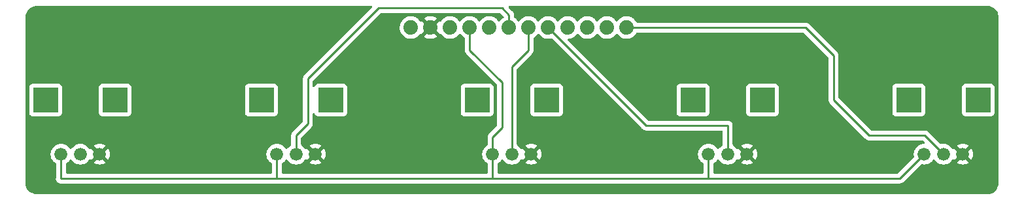
<source format=gtl>
G04 #@! TF.GenerationSoftware,KiCad,Pcbnew,6.0.5-a6ca702e91~116~ubuntu22.04.1*
G04 #@! TF.CreationDate,2022-06-23T14:32:34-07:00*
G04 #@! TF.ProjectId,slim_deej,736c696d-5f64-4656-956a-2e6b69636164,v0.0*
G04 #@! TF.SameCoordinates,Original*
G04 #@! TF.FileFunction,Copper,L1,Top*
G04 #@! TF.FilePolarity,Positive*
%FSLAX46Y46*%
G04 Gerber Fmt 4.6, Leading zero omitted, Abs format (unit mm)*
G04 Created by KiCad (PCBNEW 6.0.5-a6ca702e91~116~ubuntu22.04.1) date 2022-06-23 14:32:34*
%MOMM*%
%LPD*%
G01*
G04 APERTURE LIST*
G04 #@! TA.AperFunction,ComponentPad*
%ADD10C,1.879600*%
G04 #@! TD*
G04 #@! TA.AperFunction,ComponentPad*
%ADD11C,1.676400*%
G04 #@! TD*
G04 #@! TA.AperFunction,ComponentPad*
%ADD12R,3.216000X3.216000*%
G04 #@! TD*
G04 #@! TA.AperFunction,Conductor*
%ADD13C,0.254000*%
G04 #@! TD*
G04 APERTURE END LIST*
D10*
X164058600Y-84378800D03*
X161518600Y-84378800D03*
X158978600Y-84378800D03*
X156438600Y-84378800D03*
X153898600Y-84378800D03*
X151358600Y-84378800D03*
X148818600Y-84378800D03*
X146278600Y-84378800D03*
X143738600Y-84378800D03*
X141198600Y-84378800D03*
X138658600Y-84378800D03*
X136118600Y-84378800D03*
D11*
X179639600Y-100776800D03*
X177139600Y-100776800D03*
X174639600Y-100776800D03*
D12*
X181639600Y-93776800D03*
X172639600Y-93776800D03*
D11*
X151699600Y-100776800D03*
X149199600Y-100776800D03*
X146699600Y-100776800D03*
D12*
X153699600Y-93776800D03*
X144699600Y-93776800D03*
D11*
X95819600Y-100776800D03*
X93319600Y-100776800D03*
X90819600Y-100776800D03*
D12*
X97819600Y-93776800D03*
X88819600Y-93776800D03*
D11*
X207579600Y-100776800D03*
X205079600Y-100776800D03*
X202579600Y-100776800D03*
D12*
X209579600Y-93776800D03*
X200579600Y-93776800D03*
D11*
X123759600Y-100776800D03*
X121259600Y-100776800D03*
X118759600Y-100776800D03*
D12*
X125759600Y-93776800D03*
X116759600Y-93776800D03*
D13*
X122783600Y-90982800D02*
X131927600Y-81838800D01*
X148818600Y-82727800D02*
X148818600Y-84378800D01*
X121259600Y-100776800D02*
X121259600Y-98348800D01*
X131927600Y-81838800D02*
X147929600Y-81838800D01*
X121259600Y-98348800D02*
X122783600Y-96824800D01*
X147929600Y-81838800D02*
X148818600Y-82727800D01*
X122783600Y-96824800D02*
X122783600Y-90982800D01*
X151358600Y-87299800D02*
X149199600Y-89458800D01*
X151358600Y-84378800D02*
X151358600Y-87299800D01*
X149199600Y-89458800D02*
X149199600Y-100776800D01*
X166598600Y-97078800D02*
X177139600Y-97078800D01*
X153898600Y-84378800D02*
X166598600Y-97078800D01*
X177139600Y-97078800D02*
X177139600Y-100776800D01*
X164058600Y-84378800D02*
X187204578Y-84378800D01*
X195427600Y-98348800D02*
X202651600Y-98348800D01*
X190855600Y-88029822D02*
X190855600Y-93776800D01*
X202651600Y-98348800D02*
X205079600Y-100776800D01*
X190855600Y-93776800D02*
X195427600Y-98348800D01*
X187204578Y-84378800D02*
X190855600Y-88029822D01*
X171479600Y-103936800D02*
X174599600Y-103936800D01*
X146699600Y-98562800D02*
X146699600Y-100776800D01*
X147929600Y-91490800D02*
X147929600Y-97332800D01*
X174599600Y-103936800D02*
X199419600Y-103936800D01*
X199419600Y-103936800D02*
X202579600Y-100776800D01*
X147929600Y-97332800D02*
X146699600Y-98562800D01*
X174639600Y-100776800D02*
X174639600Y-103896800D01*
X143738600Y-84378800D02*
X143738600Y-87299800D01*
X115599600Y-103936800D02*
X118719600Y-103936800D01*
X174639600Y-103896800D02*
X174599600Y-103936800D01*
X143738600Y-87299800D02*
X147929600Y-91490800D01*
X115599600Y-103936800D02*
X90779600Y-103936800D01*
X90819600Y-103896800D02*
X90819600Y-100776800D01*
X118719600Y-103936800D02*
X143539600Y-103936800D01*
X146659600Y-103936800D02*
X171479600Y-103936800D01*
X90779600Y-103936800D02*
X90819600Y-103896800D01*
X118759600Y-100776800D02*
X118759600Y-103896800D01*
X143539600Y-103936800D02*
X146659600Y-103936800D01*
X146699600Y-100776800D02*
X146699600Y-103896800D01*
X118759600Y-103896800D02*
X118719600Y-103936800D01*
X146699600Y-103896800D02*
X146659600Y-103936800D01*
G04 #@! TA.AperFunction,Conductor*
G36*
X210745228Y-81580739D02*
G01*
X210760728Y-81583561D01*
X210769659Y-81582625D01*
X210776037Y-81581957D01*
X210801373Y-81581864D01*
X210967393Y-81598022D01*
X210985116Y-81601035D01*
X211039126Y-81614241D01*
X211171819Y-81646688D01*
X211188917Y-81652187D01*
X211367228Y-81723949D01*
X211383383Y-81731834D01*
X211549647Y-81828230D01*
X211564518Y-81838334D01*
X211715380Y-81957420D01*
X211728660Y-81969537D01*
X211861034Y-82108875D01*
X211872455Y-82122759D01*
X211983649Y-82279515D01*
X211992977Y-82294882D01*
X212080738Y-82465880D01*
X212087785Y-82482419D01*
X212140461Y-82635520D01*
X212150313Y-82664156D01*
X212154930Y-82681512D01*
X212190962Y-82870325D01*
X212193062Y-82888168D01*
X212200360Y-83047524D01*
X212199093Y-83066361D01*
X212198807Y-83073923D01*
X212197198Y-83082758D01*
X212201366Y-83122541D01*
X212202052Y-83135690D01*
X212199883Y-93816783D01*
X212197713Y-104499806D01*
X212195676Y-104522345D01*
X212192839Y-104537928D01*
X212193775Y-104546859D01*
X212194443Y-104553237D01*
X212194536Y-104578573D01*
X212178378Y-104744593D01*
X212175365Y-104762316D01*
X212129714Y-104949013D01*
X212124213Y-104966117D01*
X212052451Y-105144428D01*
X212044566Y-105160583D01*
X211948170Y-105326847D01*
X211938066Y-105341718D01*
X211818980Y-105492580D01*
X211806863Y-105505860D01*
X211667525Y-105638234D01*
X211653641Y-105649655D01*
X211496885Y-105760849D01*
X211481518Y-105770177D01*
X211310520Y-105857938D01*
X211293980Y-105864985D01*
X211112239Y-105927514D01*
X211094888Y-105932130D01*
X210906075Y-105968162D01*
X210888232Y-105970262D01*
X210728876Y-105977560D01*
X210710039Y-105976293D01*
X210702477Y-105976007D01*
X210693642Y-105974398D01*
X210653801Y-105978572D01*
X210640677Y-105979258D01*
X165552919Y-105977661D01*
X87676561Y-105974903D01*
X87654000Y-105972866D01*
X87647306Y-105971647D01*
X87647304Y-105971647D01*
X87638472Y-105970039D01*
X87627332Y-105971207D01*
X87623166Y-105971643D01*
X87597828Y-105971736D01*
X87431808Y-105955578D01*
X87414085Y-105952565D01*
X87360075Y-105939359D01*
X87227382Y-105906912D01*
X87210280Y-105901411D01*
X87031970Y-105829650D01*
X87015825Y-105821771D01*
X86849550Y-105725368D01*
X86834681Y-105715265D01*
X86683820Y-105596181D01*
X86670539Y-105584063D01*
X86538166Y-105444726D01*
X86526745Y-105430842D01*
X86415551Y-105274085D01*
X86406223Y-105258718D01*
X86318462Y-105087720D01*
X86311415Y-105071181D01*
X86248887Y-104889444D01*
X86244270Y-104872088D01*
X86208238Y-104683275D01*
X86206138Y-104665433D01*
X86198840Y-104506083D01*
X86200109Y-104487215D01*
X86200394Y-104479676D01*
X86202003Y-104470842D01*
X86197845Y-104431150D01*
X86197159Y-104417965D01*
X86197161Y-104415709D01*
X86201751Y-95432934D01*
X86703100Y-95432934D01*
X86709855Y-95495116D01*
X86760985Y-95631505D01*
X86848339Y-95748061D01*
X86964895Y-95835415D01*
X87101284Y-95886545D01*
X87163466Y-95893300D01*
X90475734Y-95893300D01*
X90537916Y-95886545D01*
X90674305Y-95835415D01*
X90790861Y-95748061D01*
X90878215Y-95631505D01*
X90929345Y-95495116D01*
X90936100Y-95432934D01*
X95703100Y-95432934D01*
X95709855Y-95495116D01*
X95760985Y-95631505D01*
X95848339Y-95748061D01*
X95964895Y-95835415D01*
X96101284Y-95886545D01*
X96163466Y-95893300D01*
X99475734Y-95893300D01*
X99537916Y-95886545D01*
X99674305Y-95835415D01*
X99790861Y-95748061D01*
X99878215Y-95631505D01*
X99929345Y-95495116D01*
X99936100Y-95432934D01*
X114643100Y-95432934D01*
X114649855Y-95495116D01*
X114700985Y-95631505D01*
X114788339Y-95748061D01*
X114904895Y-95835415D01*
X115041284Y-95886545D01*
X115103466Y-95893300D01*
X118415734Y-95893300D01*
X118477916Y-95886545D01*
X118614305Y-95835415D01*
X118730861Y-95748061D01*
X118818215Y-95631505D01*
X118869345Y-95495116D01*
X118876100Y-95432934D01*
X118876100Y-92120666D01*
X118869345Y-92058484D01*
X118818215Y-91922095D01*
X118730861Y-91805539D01*
X118614305Y-91718185D01*
X118477916Y-91667055D01*
X118415734Y-91660300D01*
X115103466Y-91660300D01*
X115041284Y-91667055D01*
X114904895Y-91718185D01*
X114788339Y-91805539D01*
X114700985Y-91922095D01*
X114649855Y-92058484D01*
X114643100Y-92120666D01*
X114643100Y-95432934D01*
X99936100Y-95432934D01*
X99936100Y-92120666D01*
X99929345Y-92058484D01*
X99878215Y-91922095D01*
X99790861Y-91805539D01*
X99674305Y-91718185D01*
X99537916Y-91667055D01*
X99475734Y-91660300D01*
X96163466Y-91660300D01*
X96101284Y-91667055D01*
X95964895Y-91718185D01*
X95848339Y-91805539D01*
X95760985Y-91922095D01*
X95709855Y-92058484D01*
X95703100Y-92120666D01*
X95703100Y-95432934D01*
X90936100Y-95432934D01*
X90936100Y-92120666D01*
X90929345Y-92058484D01*
X90878215Y-91922095D01*
X90790861Y-91805539D01*
X90674305Y-91718185D01*
X90537916Y-91667055D01*
X90475734Y-91660300D01*
X87163466Y-91660300D01*
X87101284Y-91667055D01*
X86964895Y-91718185D01*
X86848339Y-91805539D01*
X86760985Y-91922095D01*
X86709855Y-92058484D01*
X86703100Y-92120666D01*
X86703100Y-95432934D01*
X86201751Y-95432934D01*
X86208071Y-83064808D01*
X86210109Y-83042304D01*
X86210260Y-83041479D01*
X86212961Y-83026641D01*
X86211358Y-83011338D01*
X86211265Y-82986003D01*
X86227425Y-82819982D01*
X86230439Y-82802258D01*
X86276095Y-82615561D01*
X86281600Y-82598448D01*
X86353357Y-82420158D01*
X86361241Y-82404002D01*
X86457645Y-82237729D01*
X86467750Y-82222859D01*
X86586827Y-82072013D01*
X86598943Y-82058733D01*
X86738288Y-81926355D01*
X86752172Y-81914935D01*
X86908928Y-81803742D01*
X86924290Y-81794417D01*
X87095282Y-81706661D01*
X87111821Y-81699614D01*
X87293559Y-81637087D01*
X87310933Y-81632466D01*
X87499724Y-81596439D01*
X87517578Y-81594338D01*
X87677107Y-81587032D01*
X87695070Y-81588240D01*
X87703324Y-81588552D01*
X87712159Y-81590161D01*
X87731896Y-81588093D01*
X87752029Y-81585984D01*
X87765151Y-81585298D01*
X110437458Y-81584081D01*
X130980492Y-81582979D01*
X131048613Y-81602977D01*
X131095109Y-81656631D01*
X131105216Y-81726904D01*
X131075727Y-81791486D01*
X131069593Y-81798074D01*
X122390117Y-90477550D01*
X122381791Y-90485126D01*
X122375297Y-90489247D01*
X122369874Y-90495022D01*
X122328515Y-90539065D01*
X122325760Y-90541907D01*
X122305961Y-90561706D01*
X122303537Y-90564831D01*
X122303529Y-90564840D01*
X122303463Y-90564926D01*
X122295755Y-90573951D01*
X122265383Y-90606294D01*
X122261565Y-90613238D01*
X122261564Y-90613240D01*
X122255578Y-90624129D01*
X122244727Y-90640647D01*
X122232250Y-90656733D01*
X122214624Y-90697466D01*
X122209407Y-90708114D01*
X122188031Y-90746997D01*
X122186060Y-90754672D01*
X122186058Y-90754678D01*
X122182969Y-90766711D01*
X122176566Y-90785413D01*
X122168483Y-90804092D01*
X122167244Y-90811917D01*
X122161540Y-90847927D01*
X122159135Y-90859540D01*
X122148100Y-90902518D01*
X122148100Y-90922865D01*
X122146549Y-90942576D01*
X122143365Y-90962679D01*
X122144111Y-90970571D01*
X122147541Y-91006856D01*
X122148100Y-91018714D01*
X122148100Y-96509377D01*
X122128098Y-96577498D01*
X122111195Y-96598472D01*
X120866117Y-97843550D01*
X120857791Y-97851126D01*
X120851297Y-97855247D01*
X120845874Y-97861022D01*
X120804515Y-97905065D01*
X120801760Y-97907907D01*
X120781961Y-97927706D01*
X120779537Y-97930831D01*
X120779529Y-97930840D01*
X120779463Y-97930926D01*
X120771755Y-97939951D01*
X120741383Y-97972294D01*
X120737565Y-97979238D01*
X120737564Y-97979240D01*
X120731578Y-97990129D01*
X120720727Y-98006647D01*
X120708250Y-98022733D01*
X120690624Y-98063466D01*
X120685407Y-98074114D01*
X120664031Y-98112997D01*
X120662060Y-98120672D01*
X120662058Y-98120678D01*
X120658969Y-98132711D01*
X120652566Y-98151413D01*
X120644483Y-98170092D01*
X120643244Y-98177917D01*
X120637540Y-98213927D01*
X120635135Y-98225540D01*
X120624100Y-98268518D01*
X120624100Y-98288865D01*
X120622549Y-98308576D01*
X120619365Y-98328679D01*
X120620111Y-98336571D01*
X120623541Y-98372856D01*
X120624100Y-98384714D01*
X120624100Y-99512174D01*
X120604098Y-99580295D01*
X120570370Y-99615387D01*
X120390651Y-99741227D01*
X120224027Y-99907851D01*
X120220868Y-99912363D01*
X120112813Y-100066682D01*
X120057356Y-100111011D01*
X119986737Y-100118320D01*
X119923376Y-100086290D01*
X119906387Y-100066682D01*
X119798332Y-99912363D01*
X119795173Y-99907851D01*
X119628549Y-99741227D01*
X119435522Y-99606069D01*
X119430544Y-99603748D01*
X119430541Y-99603746D01*
X119226940Y-99508805D01*
X119226938Y-99508804D01*
X119221958Y-99506482D01*
X119216650Y-99505060D01*
X119216648Y-99505059D01*
X118999660Y-99446918D01*
X118999659Y-99446918D01*
X118994345Y-99445494D01*
X118759600Y-99424956D01*
X118524855Y-99445494D01*
X118519541Y-99446918D01*
X118519540Y-99446918D01*
X118302552Y-99505059D01*
X118302550Y-99505060D01*
X118297242Y-99506482D01*
X118292262Y-99508804D01*
X118292260Y-99508805D01*
X118088659Y-99603746D01*
X118088656Y-99603748D01*
X118083678Y-99606069D01*
X117890651Y-99741227D01*
X117724027Y-99907851D01*
X117588869Y-100100878D01*
X117586548Y-100105856D01*
X117586546Y-100105859D01*
X117509600Y-100270870D01*
X117489282Y-100314442D01*
X117487860Y-100319750D01*
X117487859Y-100319752D01*
X117464211Y-100408010D01*
X117428294Y-100542055D01*
X117407756Y-100776800D01*
X117428294Y-101011545D01*
X117429718Y-101016859D01*
X117429718Y-101016860D01*
X117465077Y-101148821D01*
X117489282Y-101239158D01*
X117491604Y-101244138D01*
X117491605Y-101244140D01*
X117580736Y-101435280D01*
X117588869Y-101452722D01*
X117724027Y-101645749D01*
X117890651Y-101812373D01*
X117895163Y-101815532D01*
X118070370Y-101938213D01*
X118114699Y-101993670D01*
X118124100Y-102041426D01*
X118124100Y-103175300D01*
X118104098Y-103243421D01*
X118050442Y-103289914D01*
X117998100Y-103301300D01*
X91581100Y-103301300D01*
X91512979Y-103281298D01*
X91466486Y-103227642D01*
X91455100Y-103175300D01*
X91455100Y-102041426D01*
X91475102Y-101973305D01*
X91508830Y-101938213D01*
X91684037Y-101815532D01*
X91688549Y-101812373D01*
X91855173Y-101645749D01*
X91966387Y-101486918D01*
X92021844Y-101442589D01*
X92092463Y-101435280D01*
X92155824Y-101467310D01*
X92172813Y-101486918D01*
X92284027Y-101645749D01*
X92450651Y-101812373D01*
X92643678Y-101947531D01*
X92648656Y-101949852D01*
X92648659Y-101949854D01*
X92851248Y-102044323D01*
X92857242Y-102047118D01*
X92862550Y-102048540D01*
X92862552Y-102048541D01*
X93079540Y-102106682D01*
X93084855Y-102108106D01*
X93319600Y-102128644D01*
X93554345Y-102108106D01*
X93559660Y-102106682D01*
X93776648Y-102048541D01*
X93776650Y-102048540D01*
X93781958Y-102047118D01*
X93787952Y-102044323D01*
X93990541Y-101949854D01*
X93990544Y-101949852D01*
X93995522Y-101947531D01*
X94077271Y-101890290D01*
X95070664Y-101890290D01*
X95079958Y-101902304D01*
X95139421Y-101943940D01*
X95148916Y-101949423D01*
X95352432Y-102044323D01*
X95362724Y-102048069D01*
X95579627Y-102106188D01*
X95590422Y-102108091D01*
X95814125Y-102127663D01*
X95825075Y-102127663D01*
X96048778Y-102108091D01*
X96059573Y-102106188D01*
X96276476Y-102048069D01*
X96286768Y-102044323D01*
X96490284Y-101949423D01*
X96499779Y-101943940D01*
X96560077Y-101901719D01*
X96568452Y-101891242D01*
X96561385Y-101877796D01*
X95832411Y-101148821D01*
X95818468Y-101141208D01*
X95816634Y-101141339D01*
X95810020Y-101145590D01*
X95077091Y-101878520D01*
X95070664Y-101890290D01*
X94077271Y-101890290D01*
X94188549Y-101812373D01*
X94355173Y-101645749D01*
X94466692Y-101486482D01*
X94522149Y-101442154D01*
X94592768Y-101434845D01*
X94656129Y-101466875D01*
X94673118Y-101486482D01*
X94694681Y-101517277D01*
X94705158Y-101525652D01*
X94718604Y-101518585D01*
X95447579Y-100789611D01*
X95453956Y-100777932D01*
X96184008Y-100777932D01*
X96184139Y-100779766D01*
X96188390Y-100786380D01*
X96921320Y-101519309D01*
X96933090Y-101525736D01*
X96945104Y-101516442D01*
X96986740Y-101456979D01*
X96992223Y-101447484D01*
X97087123Y-101243968D01*
X97090869Y-101233676D01*
X97148988Y-101016773D01*
X97150891Y-101005978D01*
X97170463Y-100782275D01*
X97170463Y-100771325D01*
X97150891Y-100547622D01*
X97148988Y-100536827D01*
X97090869Y-100319924D01*
X97087123Y-100309632D01*
X96992223Y-100106116D01*
X96986740Y-100096621D01*
X96944519Y-100036323D01*
X96934042Y-100027948D01*
X96920596Y-100035015D01*
X96191621Y-100763989D01*
X96184008Y-100777932D01*
X95453956Y-100777932D01*
X95455192Y-100775668D01*
X95455061Y-100773834D01*
X95450810Y-100767220D01*
X94717880Y-100034291D01*
X94706110Y-100027864D01*
X94694096Y-100037158D01*
X94673118Y-100067118D01*
X94617661Y-100111446D01*
X94547042Y-100118755D01*
X94483681Y-100086724D01*
X94466692Y-100067118D01*
X94445129Y-100036323D01*
X94355173Y-99907851D01*
X94188549Y-99741227D01*
X94075912Y-99662358D01*
X95070748Y-99662358D01*
X95077815Y-99675804D01*
X95806789Y-100404779D01*
X95820732Y-100412392D01*
X95822566Y-100412261D01*
X95829180Y-100408010D01*
X96562109Y-99675080D01*
X96568536Y-99663310D01*
X96559242Y-99651296D01*
X96499779Y-99609660D01*
X96490284Y-99604177D01*
X96286768Y-99509277D01*
X96276476Y-99505531D01*
X96059573Y-99447412D01*
X96048778Y-99445509D01*
X95825075Y-99425937D01*
X95814125Y-99425937D01*
X95590422Y-99445509D01*
X95579627Y-99447412D01*
X95362724Y-99505531D01*
X95352432Y-99509277D01*
X95148916Y-99604177D01*
X95139421Y-99609660D01*
X95079123Y-99651881D01*
X95070748Y-99662358D01*
X94075912Y-99662358D01*
X93995522Y-99606069D01*
X93990544Y-99603748D01*
X93990541Y-99603746D01*
X93786940Y-99508805D01*
X93786938Y-99508804D01*
X93781958Y-99506482D01*
X93776650Y-99505060D01*
X93776648Y-99505059D01*
X93559660Y-99446918D01*
X93559659Y-99446918D01*
X93554345Y-99445494D01*
X93319600Y-99424956D01*
X93084855Y-99445494D01*
X93079541Y-99446918D01*
X93079540Y-99446918D01*
X92862552Y-99505059D01*
X92862550Y-99505060D01*
X92857242Y-99506482D01*
X92852262Y-99508804D01*
X92852260Y-99508805D01*
X92648659Y-99603746D01*
X92648656Y-99603748D01*
X92643678Y-99606069D01*
X92450651Y-99741227D01*
X92284027Y-99907851D01*
X92280868Y-99912363D01*
X92172813Y-100066682D01*
X92117356Y-100111011D01*
X92046737Y-100118320D01*
X91983376Y-100086290D01*
X91966387Y-100066682D01*
X91858332Y-99912363D01*
X91855173Y-99907851D01*
X91688549Y-99741227D01*
X91495522Y-99606069D01*
X91490544Y-99603748D01*
X91490541Y-99603746D01*
X91286940Y-99508805D01*
X91286938Y-99508804D01*
X91281958Y-99506482D01*
X91276650Y-99505060D01*
X91276648Y-99505059D01*
X91059660Y-99446918D01*
X91059659Y-99446918D01*
X91054345Y-99445494D01*
X90819600Y-99424956D01*
X90584855Y-99445494D01*
X90579541Y-99446918D01*
X90579540Y-99446918D01*
X90362552Y-99505059D01*
X90362550Y-99505060D01*
X90357242Y-99506482D01*
X90352262Y-99508804D01*
X90352260Y-99508805D01*
X90148659Y-99603746D01*
X90148656Y-99603748D01*
X90143678Y-99606069D01*
X89950651Y-99741227D01*
X89784027Y-99907851D01*
X89648869Y-100100878D01*
X89646548Y-100105856D01*
X89646546Y-100105859D01*
X89569600Y-100270870D01*
X89549282Y-100314442D01*
X89547860Y-100319750D01*
X89547859Y-100319752D01*
X89524211Y-100408010D01*
X89488294Y-100542055D01*
X89467756Y-100776800D01*
X89488294Y-101011545D01*
X89489718Y-101016859D01*
X89489718Y-101016860D01*
X89525077Y-101148821D01*
X89549282Y-101239158D01*
X89551604Y-101244138D01*
X89551605Y-101244140D01*
X89640736Y-101435280D01*
X89648869Y-101452722D01*
X89784027Y-101645749D01*
X89950651Y-101812373D01*
X89955163Y-101815532D01*
X90130370Y-101938213D01*
X90174699Y-101993670D01*
X90184100Y-102041426D01*
X90184100Y-103681581D01*
X90174697Y-103723651D01*
X90176225Y-103724148D01*
X90173777Y-103731684D01*
X90170400Y-103738859D01*
X90168958Y-103746418D01*
X90168728Y-103747025D01*
X90167688Y-103750406D01*
X90167538Y-103751031D01*
X90164483Y-103758092D01*
X90163244Y-103765917D01*
X90153792Y-103825590D01*
X90153111Y-103829489D01*
X90140313Y-103896579D01*
X90140796Y-103904254D01*
X90140729Y-103904865D01*
X90140559Y-103908451D01*
X90140569Y-103909080D01*
X90139365Y-103916679D01*
X90140111Y-103924571D01*
X90140111Y-103924574D01*
X90145797Y-103984714D01*
X90146106Y-103988646D01*
X90150395Y-104056827D01*
X90152773Y-104064147D01*
X90152863Y-104064780D01*
X90153581Y-104068244D01*
X90153751Y-104068866D01*
X90154476Y-104076532D01*
X90157163Y-104083995D01*
X90157163Y-104083996D01*
X90177611Y-104140794D01*
X90178892Y-104144535D01*
X90200012Y-104209533D01*
X90204134Y-104216028D01*
X90204376Y-104216612D01*
X90205944Y-104219812D01*
X90206257Y-104220362D01*
X90208865Y-104227604D01*
X90213324Y-104234165D01*
X90247267Y-104284111D01*
X90249406Y-104287366D01*
X90286047Y-104345103D01*
X90291654Y-104350368D01*
X90292028Y-104350866D01*
X90294362Y-104353600D01*
X90294794Y-104354046D01*
X90299115Y-104360404D01*
X90350404Y-104405621D01*
X90353276Y-104408235D01*
X90403094Y-104455017D01*
X90409834Y-104458722D01*
X90410336Y-104459125D01*
X90413237Y-104461163D01*
X90413786Y-104461500D01*
X90419557Y-104466587D01*
X90480450Y-104497614D01*
X90483891Y-104499436D01*
X90543797Y-104532369D01*
X90551245Y-104534281D01*
X90551806Y-104534534D01*
X90555178Y-104535809D01*
X90555771Y-104535991D01*
X90562621Y-104539482D01*
X90570349Y-104541209D01*
X90570359Y-104541213D01*
X90629324Y-104554393D01*
X90633163Y-104555314D01*
X90699318Y-104572300D01*
X90707014Y-104572300D01*
X90707640Y-104572409D01*
X90711182Y-104572801D01*
X90711815Y-104572831D01*
X90719319Y-104574508D01*
X90787612Y-104572362D01*
X90791569Y-104572300D01*
X118640580Y-104572300D01*
X118651814Y-104572830D01*
X118659319Y-104574508D01*
X118727612Y-104572362D01*
X118731569Y-104572300D01*
X146580580Y-104572300D01*
X146591814Y-104572830D01*
X146599319Y-104574508D01*
X146667612Y-104572362D01*
X146671569Y-104572300D01*
X174520580Y-104572300D01*
X174531814Y-104572830D01*
X174539319Y-104574508D01*
X174607612Y-104572362D01*
X174611569Y-104572300D01*
X199340580Y-104572300D01*
X199351814Y-104572830D01*
X199359319Y-104574508D01*
X199427612Y-104572362D01*
X199431569Y-104572300D01*
X199459583Y-104572300D01*
X199463508Y-104571804D01*
X199463509Y-104571804D01*
X199463604Y-104571792D01*
X199475449Y-104570859D01*
X199505270Y-104569922D01*
X199511882Y-104569714D01*
X199511883Y-104569714D01*
X199519805Y-104569465D01*
X199539349Y-104563787D01*
X199558712Y-104559777D01*
X199571040Y-104558220D01*
X199571042Y-104558220D01*
X199578899Y-104557227D01*
X199586263Y-104554311D01*
X199586268Y-104554310D01*
X199620156Y-104540893D01*
X199631385Y-104537048D01*
X199648065Y-104532202D01*
X199673993Y-104524669D01*
X199680820Y-104520631D01*
X199680823Y-104520630D01*
X199691506Y-104514312D01*
X199709264Y-104505612D01*
X199720815Y-104501039D01*
X199720821Y-104501035D01*
X199728188Y-104498119D01*
X199764091Y-104472034D01*
X199774010Y-104465519D01*
X199805368Y-104446974D01*
X199805372Y-104446971D01*
X199812198Y-104442934D01*
X199826582Y-104428550D01*
X199841616Y-104415709D01*
X199851673Y-104408402D01*
X199858087Y-104403742D01*
X199886378Y-104369544D01*
X199894367Y-104360765D01*
X202137392Y-102117740D01*
X202199704Y-102083714D01*
X202259098Y-102085128D01*
X202339540Y-102106682D01*
X202339542Y-102106682D01*
X202344855Y-102108106D01*
X202579600Y-102128644D01*
X202814345Y-102108106D01*
X202819660Y-102106682D01*
X203036648Y-102048541D01*
X203036650Y-102048540D01*
X203041958Y-102047118D01*
X203047952Y-102044323D01*
X203250541Y-101949854D01*
X203250544Y-101949852D01*
X203255522Y-101947531D01*
X203448549Y-101812373D01*
X203615173Y-101645749D01*
X203726387Y-101486918D01*
X203781844Y-101442589D01*
X203852463Y-101435280D01*
X203915824Y-101467310D01*
X203932813Y-101486918D01*
X204044027Y-101645749D01*
X204210651Y-101812373D01*
X204403678Y-101947531D01*
X204408656Y-101949852D01*
X204408659Y-101949854D01*
X204611248Y-102044323D01*
X204617242Y-102047118D01*
X204622550Y-102048540D01*
X204622552Y-102048541D01*
X204839540Y-102106682D01*
X204844855Y-102108106D01*
X205079600Y-102128644D01*
X205314345Y-102108106D01*
X205319660Y-102106682D01*
X205536648Y-102048541D01*
X205536650Y-102048540D01*
X205541958Y-102047118D01*
X205547952Y-102044323D01*
X205750541Y-101949854D01*
X205750544Y-101949852D01*
X205755522Y-101947531D01*
X205837271Y-101890290D01*
X206830664Y-101890290D01*
X206839958Y-101902304D01*
X206899421Y-101943940D01*
X206908916Y-101949423D01*
X207112432Y-102044323D01*
X207122724Y-102048069D01*
X207339627Y-102106188D01*
X207350422Y-102108091D01*
X207574125Y-102127663D01*
X207585075Y-102127663D01*
X207808778Y-102108091D01*
X207819573Y-102106188D01*
X208036476Y-102048069D01*
X208046768Y-102044323D01*
X208250284Y-101949423D01*
X208259779Y-101943940D01*
X208320077Y-101901719D01*
X208328452Y-101891242D01*
X208321385Y-101877796D01*
X207592411Y-101148821D01*
X207578468Y-101141208D01*
X207576634Y-101141339D01*
X207570020Y-101145590D01*
X206837091Y-101878520D01*
X206830664Y-101890290D01*
X205837271Y-101890290D01*
X205948549Y-101812373D01*
X206115173Y-101645749D01*
X206226692Y-101486482D01*
X206282149Y-101442154D01*
X206352768Y-101434845D01*
X206416129Y-101466875D01*
X206433118Y-101486482D01*
X206454681Y-101517277D01*
X206465158Y-101525652D01*
X206478604Y-101518585D01*
X207207579Y-100789611D01*
X207213956Y-100777932D01*
X207944008Y-100777932D01*
X207944139Y-100779766D01*
X207948390Y-100786380D01*
X208681320Y-101519309D01*
X208693090Y-101525736D01*
X208705104Y-101516442D01*
X208746740Y-101456979D01*
X208752223Y-101447484D01*
X208847123Y-101243968D01*
X208850869Y-101233676D01*
X208908988Y-101016773D01*
X208910891Y-101005978D01*
X208930463Y-100782275D01*
X208930463Y-100771325D01*
X208910891Y-100547622D01*
X208908988Y-100536827D01*
X208850869Y-100319924D01*
X208847123Y-100309632D01*
X208752223Y-100106116D01*
X208746740Y-100096621D01*
X208704519Y-100036323D01*
X208694042Y-100027948D01*
X208680596Y-100035015D01*
X207951621Y-100763989D01*
X207944008Y-100777932D01*
X207213956Y-100777932D01*
X207215192Y-100775668D01*
X207215061Y-100773834D01*
X207210810Y-100767220D01*
X206477880Y-100034291D01*
X206466110Y-100027864D01*
X206454096Y-100037158D01*
X206433118Y-100067118D01*
X206377661Y-100111446D01*
X206307042Y-100118755D01*
X206243681Y-100086724D01*
X206226692Y-100067118D01*
X206205129Y-100036323D01*
X206115173Y-99907851D01*
X205948549Y-99741227D01*
X205835912Y-99662358D01*
X206830748Y-99662358D01*
X206837815Y-99675804D01*
X207566789Y-100404779D01*
X207580732Y-100412392D01*
X207582566Y-100412261D01*
X207589180Y-100408010D01*
X208322109Y-99675080D01*
X208328536Y-99663310D01*
X208319242Y-99651296D01*
X208259779Y-99609660D01*
X208250284Y-99604177D01*
X208046768Y-99509277D01*
X208036476Y-99505531D01*
X207819573Y-99447412D01*
X207808778Y-99445509D01*
X207585075Y-99425937D01*
X207574125Y-99425937D01*
X207350422Y-99445509D01*
X207339627Y-99447412D01*
X207122724Y-99505531D01*
X207112432Y-99509277D01*
X206908916Y-99604177D01*
X206899421Y-99609660D01*
X206839123Y-99651881D01*
X206830748Y-99662358D01*
X205835912Y-99662358D01*
X205755522Y-99606069D01*
X205750544Y-99603748D01*
X205750541Y-99603746D01*
X205546940Y-99508805D01*
X205546938Y-99508804D01*
X205541958Y-99506482D01*
X205536650Y-99505060D01*
X205536648Y-99505059D01*
X205319660Y-99446918D01*
X205319659Y-99446918D01*
X205314345Y-99445494D01*
X205079600Y-99424956D01*
X204844855Y-99445494D01*
X204839542Y-99446918D01*
X204839540Y-99446918D01*
X204759099Y-99468472D01*
X204688122Y-99466782D01*
X204637393Y-99435860D01*
X203156850Y-97955317D01*
X203149274Y-97946991D01*
X203145153Y-97940497D01*
X203095334Y-97893714D01*
X203092493Y-97890960D01*
X203072694Y-97871161D01*
X203069569Y-97868737D01*
X203069560Y-97868729D01*
X203069474Y-97868663D01*
X203060449Y-97860955D01*
X203041914Y-97843550D01*
X203028106Y-97830583D01*
X203018088Y-97825075D01*
X203010271Y-97820778D01*
X202993753Y-97809927D01*
X202977667Y-97797450D01*
X202936934Y-97779824D01*
X202926286Y-97774607D01*
X202914658Y-97768215D01*
X202887403Y-97753231D01*
X202879728Y-97751260D01*
X202879722Y-97751258D01*
X202867689Y-97748169D01*
X202848987Y-97741766D01*
X202830308Y-97733683D01*
X202796472Y-97728324D01*
X202786473Y-97726740D01*
X202774860Y-97724335D01*
X202731882Y-97713300D01*
X202711535Y-97713300D01*
X202691824Y-97711749D01*
X202679550Y-97709805D01*
X202671721Y-97708565D01*
X202663829Y-97709311D01*
X202627544Y-97712741D01*
X202615686Y-97713300D01*
X195743023Y-97713300D01*
X195674902Y-97693298D01*
X195653928Y-97676395D01*
X193410467Y-95432934D01*
X198463100Y-95432934D01*
X198469855Y-95495116D01*
X198520985Y-95631505D01*
X198608339Y-95748061D01*
X198724895Y-95835415D01*
X198861284Y-95886545D01*
X198923466Y-95893300D01*
X202235734Y-95893300D01*
X202297916Y-95886545D01*
X202434305Y-95835415D01*
X202550861Y-95748061D01*
X202638215Y-95631505D01*
X202689345Y-95495116D01*
X202696100Y-95432934D01*
X207463100Y-95432934D01*
X207469855Y-95495116D01*
X207520985Y-95631505D01*
X207608339Y-95748061D01*
X207724895Y-95835415D01*
X207861284Y-95886545D01*
X207923466Y-95893300D01*
X211235734Y-95893300D01*
X211297916Y-95886545D01*
X211434305Y-95835415D01*
X211550861Y-95748061D01*
X211638215Y-95631505D01*
X211689345Y-95495116D01*
X211696100Y-95432934D01*
X211696100Y-92120666D01*
X211689345Y-92058484D01*
X211638215Y-91922095D01*
X211550861Y-91805539D01*
X211434305Y-91718185D01*
X211297916Y-91667055D01*
X211235734Y-91660300D01*
X207923466Y-91660300D01*
X207861284Y-91667055D01*
X207724895Y-91718185D01*
X207608339Y-91805539D01*
X207520985Y-91922095D01*
X207469855Y-92058484D01*
X207463100Y-92120666D01*
X207463100Y-95432934D01*
X202696100Y-95432934D01*
X202696100Y-92120666D01*
X202689345Y-92058484D01*
X202638215Y-91922095D01*
X202550861Y-91805539D01*
X202434305Y-91718185D01*
X202297916Y-91667055D01*
X202235734Y-91660300D01*
X198923466Y-91660300D01*
X198861284Y-91667055D01*
X198724895Y-91718185D01*
X198608339Y-91805539D01*
X198520985Y-91922095D01*
X198469855Y-92058484D01*
X198463100Y-92120666D01*
X198463100Y-95432934D01*
X193410467Y-95432934D01*
X191528005Y-93550472D01*
X191493979Y-93488160D01*
X191491100Y-93461377D01*
X191491100Y-88108854D01*
X191491630Y-88097615D01*
X191493309Y-88090103D01*
X191491162Y-88021791D01*
X191491100Y-88017834D01*
X191491100Y-87989839D01*
X191490592Y-87985816D01*
X191489659Y-87973974D01*
X191488514Y-87937542D01*
X191488265Y-87929617D01*
X191482587Y-87910073D01*
X191478577Y-87890710D01*
X191477020Y-87878382D01*
X191477020Y-87878380D01*
X191476027Y-87870523D01*
X191473111Y-87863159D01*
X191473110Y-87863154D01*
X191459693Y-87829266D01*
X191455848Y-87818037D01*
X191448676Y-87793353D01*
X191443469Y-87775429D01*
X191438234Y-87766577D01*
X191433112Y-87757916D01*
X191424412Y-87740158D01*
X191419839Y-87728607D01*
X191419835Y-87728601D01*
X191416919Y-87721234D01*
X191390834Y-87685331D01*
X191384319Y-87675412D01*
X191365774Y-87644054D01*
X191365771Y-87644050D01*
X191361734Y-87637224D01*
X191347350Y-87622840D01*
X191334509Y-87607806D01*
X191327202Y-87597749D01*
X191322542Y-87591335D01*
X191288344Y-87563044D01*
X191279565Y-87555055D01*
X187709828Y-83985317D01*
X187702252Y-83976991D01*
X187698131Y-83970497D01*
X187648312Y-83923714D01*
X187645471Y-83920960D01*
X187625672Y-83901161D01*
X187622547Y-83898737D01*
X187622538Y-83898729D01*
X187622452Y-83898663D01*
X187613427Y-83890955D01*
X187586863Y-83866010D01*
X187581084Y-83860583D01*
X187563247Y-83850777D01*
X187546731Y-83839927D01*
X187530645Y-83827450D01*
X187489912Y-83809824D01*
X187479264Y-83804607D01*
X187467636Y-83798215D01*
X187440381Y-83783231D01*
X187432706Y-83781260D01*
X187432700Y-83781258D01*
X187420667Y-83778169D01*
X187401965Y-83771766D01*
X187383286Y-83763683D01*
X187349450Y-83758324D01*
X187339451Y-83756740D01*
X187327838Y-83754335D01*
X187284860Y-83743300D01*
X187264513Y-83743300D01*
X187244802Y-83741749D01*
X187232528Y-83739805D01*
X187224699Y-83738565D01*
X187216807Y-83739311D01*
X187180522Y-83742741D01*
X187168664Y-83743300D01*
X165441071Y-83743300D01*
X165372950Y-83723298D01*
X165335279Y-83685740D01*
X165261432Y-83571590D01*
X165210006Y-83492098D01*
X165049724Y-83315950D01*
X165045673Y-83312751D01*
X165045669Y-83312747D01*
X164866878Y-83171547D01*
X164866873Y-83171544D01*
X164862824Y-83168346D01*
X164858308Y-83165853D01*
X164858305Y-83165851D01*
X164658850Y-83055746D01*
X164658846Y-83055744D01*
X164654326Y-83053249D01*
X164649457Y-83051525D01*
X164649453Y-83051523D01*
X164434705Y-82975476D01*
X164434701Y-82975475D01*
X164429830Y-82973750D01*
X164424740Y-82972843D01*
X164424735Y-82972842D01*
X164297414Y-82950164D01*
X164195364Y-82931986D01*
X164106237Y-82930897D01*
X163962395Y-82929139D01*
X163962393Y-82929139D01*
X163957225Y-82929076D01*
X163721809Y-82965100D01*
X163495438Y-83039089D01*
X163489262Y-83042304D01*
X163335129Y-83122541D01*
X163284190Y-83149058D01*
X163280057Y-83152161D01*
X163280054Y-83152163D01*
X163097875Y-83288947D01*
X163093740Y-83292052D01*
X162929202Y-83464231D01*
X162907229Y-83496442D01*
X162893786Y-83516149D01*
X162838874Y-83561151D01*
X162768349Y-83569322D01*
X162704602Y-83538067D01*
X162683906Y-83513584D01*
X162672817Y-83496442D01*
X162672812Y-83496436D01*
X162670006Y-83492098D01*
X162509724Y-83315950D01*
X162505673Y-83312751D01*
X162505669Y-83312747D01*
X162326878Y-83171547D01*
X162326873Y-83171544D01*
X162322824Y-83168346D01*
X162318308Y-83165853D01*
X162318305Y-83165851D01*
X162118850Y-83055746D01*
X162118846Y-83055744D01*
X162114326Y-83053249D01*
X162109457Y-83051525D01*
X162109453Y-83051523D01*
X161894705Y-82975476D01*
X161894701Y-82975475D01*
X161889830Y-82973750D01*
X161884740Y-82972843D01*
X161884735Y-82972842D01*
X161757414Y-82950164D01*
X161655364Y-82931986D01*
X161566237Y-82930897D01*
X161422395Y-82929139D01*
X161422393Y-82929139D01*
X161417225Y-82929076D01*
X161181809Y-82965100D01*
X160955438Y-83039089D01*
X160949262Y-83042304D01*
X160795129Y-83122541D01*
X160744190Y-83149058D01*
X160740057Y-83152161D01*
X160740054Y-83152163D01*
X160557875Y-83288947D01*
X160553740Y-83292052D01*
X160389202Y-83464231D01*
X160367229Y-83496442D01*
X160353786Y-83516149D01*
X160298874Y-83561151D01*
X160228349Y-83569322D01*
X160164602Y-83538067D01*
X160143906Y-83513584D01*
X160132817Y-83496442D01*
X160132812Y-83496436D01*
X160130006Y-83492098D01*
X159969724Y-83315950D01*
X159965673Y-83312751D01*
X159965669Y-83312747D01*
X159786878Y-83171547D01*
X159786873Y-83171544D01*
X159782824Y-83168346D01*
X159778308Y-83165853D01*
X159778305Y-83165851D01*
X159578850Y-83055746D01*
X159578846Y-83055744D01*
X159574326Y-83053249D01*
X159569457Y-83051525D01*
X159569453Y-83051523D01*
X159354705Y-82975476D01*
X159354701Y-82975475D01*
X159349830Y-82973750D01*
X159344740Y-82972843D01*
X159344735Y-82972842D01*
X159217414Y-82950164D01*
X159115364Y-82931986D01*
X159026237Y-82930897D01*
X158882395Y-82929139D01*
X158882393Y-82929139D01*
X158877225Y-82929076D01*
X158641809Y-82965100D01*
X158415438Y-83039089D01*
X158409262Y-83042304D01*
X158255129Y-83122541D01*
X158204190Y-83149058D01*
X158200057Y-83152161D01*
X158200054Y-83152163D01*
X158017875Y-83288947D01*
X158013740Y-83292052D01*
X157849202Y-83464231D01*
X157827229Y-83496442D01*
X157813786Y-83516149D01*
X157758874Y-83561151D01*
X157688349Y-83569322D01*
X157624602Y-83538067D01*
X157603906Y-83513584D01*
X157592817Y-83496442D01*
X157592812Y-83496436D01*
X157590006Y-83492098D01*
X157429724Y-83315950D01*
X157425673Y-83312751D01*
X157425669Y-83312747D01*
X157246878Y-83171547D01*
X157246873Y-83171544D01*
X157242824Y-83168346D01*
X157238308Y-83165853D01*
X157238305Y-83165851D01*
X157038850Y-83055746D01*
X157038846Y-83055744D01*
X157034326Y-83053249D01*
X157029457Y-83051525D01*
X157029453Y-83051523D01*
X156814705Y-82975476D01*
X156814701Y-82975475D01*
X156809830Y-82973750D01*
X156804740Y-82972843D01*
X156804735Y-82972842D01*
X156677414Y-82950164D01*
X156575364Y-82931986D01*
X156486237Y-82930897D01*
X156342395Y-82929139D01*
X156342393Y-82929139D01*
X156337225Y-82929076D01*
X156101809Y-82965100D01*
X155875438Y-83039089D01*
X155869262Y-83042304D01*
X155715129Y-83122541D01*
X155664190Y-83149058D01*
X155660057Y-83152161D01*
X155660054Y-83152163D01*
X155477875Y-83288947D01*
X155473740Y-83292052D01*
X155309202Y-83464231D01*
X155287229Y-83496442D01*
X155273786Y-83516149D01*
X155218874Y-83561151D01*
X155148349Y-83569322D01*
X155084602Y-83538067D01*
X155063906Y-83513584D01*
X155052817Y-83496442D01*
X155052812Y-83496436D01*
X155050006Y-83492098D01*
X154889724Y-83315950D01*
X154885673Y-83312751D01*
X154885669Y-83312747D01*
X154706878Y-83171547D01*
X154706873Y-83171544D01*
X154702824Y-83168346D01*
X154698308Y-83165853D01*
X154698305Y-83165851D01*
X154498850Y-83055746D01*
X154498846Y-83055744D01*
X154494326Y-83053249D01*
X154489457Y-83051525D01*
X154489453Y-83051523D01*
X154274705Y-82975476D01*
X154274701Y-82975475D01*
X154269830Y-82973750D01*
X154264740Y-82972843D01*
X154264735Y-82972842D01*
X154137414Y-82950164D01*
X154035364Y-82931986D01*
X153946237Y-82930897D01*
X153802395Y-82929139D01*
X153802393Y-82929139D01*
X153797225Y-82929076D01*
X153561809Y-82965100D01*
X153335438Y-83039089D01*
X153329262Y-83042304D01*
X153175129Y-83122541D01*
X153124190Y-83149058D01*
X153120057Y-83152161D01*
X153120054Y-83152163D01*
X152937875Y-83288947D01*
X152933740Y-83292052D01*
X152769202Y-83464231D01*
X152747229Y-83496442D01*
X152733786Y-83516149D01*
X152678874Y-83561151D01*
X152608349Y-83569322D01*
X152544602Y-83538067D01*
X152523906Y-83513584D01*
X152512817Y-83496442D01*
X152512812Y-83496436D01*
X152510006Y-83492098D01*
X152349724Y-83315950D01*
X152345673Y-83312751D01*
X152345669Y-83312747D01*
X152166878Y-83171547D01*
X152166873Y-83171544D01*
X152162824Y-83168346D01*
X152158308Y-83165853D01*
X152158305Y-83165851D01*
X151958850Y-83055746D01*
X151958846Y-83055744D01*
X151954326Y-83053249D01*
X151949457Y-83051525D01*
X151949453Y-83051523D01*
X151734705Y-82975476D01*
X151734701Y-82975475D01*
X151729830Y-82973750D01*
X151724740Y-82972843D01*
X151724735Y-82972842D01*
X151597414Y-82950164D01*
X151495364Y-82931986D01*
X151406237Y-82930897D01*
X151262395Y-82929139D01*
X151262393Y-82929139D01*
X151257225Y-82929076D01*
X151021809Y-82965100D01*
X150795438Y-83039089D01*
X150789262Y-83042304D01*
X150635129Y-83122541D01*
X150584190Y-83149058D01*
X150580057Y-83152161D01*
X150580054Y-83152163D01*
X150397875Y-83288947D01*
X150393740Y-83292052D01*
X150229202Y-83464231D01*
X150207229Y-83496442D01*
X150193786Y-83516149D01*
X150138874Y-83561151D01*
X150068349Y-83569322D01*
X150004602Y-83538067D01*
X149983906Y-83513584D01*
X149972817Y-83496442D01*
X149972812Y-83496436D01*
X149970006Y-83492098D01*
X149809724Y-83315950D01*
X149805673Y-83312751D01*
X149805669Y-83312747D01*
X149635981Y-83178737D01*
X149622824Y-83168346D01*
X149519205Y-83111145D01*
X149469236Y-83060714D01*
X149454100Y-83000838D01*
X149454100Y-82806832D01*
X149454630Y-82795593D01*
X149456309Y-82788081D01*
X149454162Y-82719769D01*
X149454100Y-82715812D01*
X149454100Y-82687817D01*
X149453592Y-82683794D01*
X149452659Y-82671952D01*
X149451514Y-82635520D01*
X149451265Y-82627595D01*
X149445587Y-82608051D01*
X149441577Y-82588688D01*
X149440020Y-82576360D01*
X149440020Y-82576358D01*
X149439027Y-82568501D01*
X149436111Y-82561137D01*
X149436110Y-82561132D01*
X149422693Y-82527244D01*
X149418848Y-82516015D01*
X149414002Y-82499335D01*
X149406469Y-82473407D01*
X149402430Y-82466577D01*
X149396112Y-82455894D01*
X149387412Y-82438136D01*
X149382839Y-82426585D01*
X149382835Y-82426579D01*
X149379919Y-82419212D01*
X149353834Y-82383309D01*
X149347319Y-82373390D01*
X149328774Y-82342032D01*
X149328771Y-82342028D01*
X149324734Y-82335202D01*
X149310350Y-82320818D01*
X149297509Y-82305784D01*
X149290202Y-82295727D01*
X149285542Y-82289313D01*
X149251350Y-82261027D01*
X149242570Y-82253037D01*
X148786648Y-81797115D01*
X148752622Y-81734803D01*
X148757687Y-81663988D01*
X148800234Y-81607152D01*
X148866754Y-81582341D01*
X148875736Y-81582020D01*
X210722655Y-81578702D01*
X210745228Y-81580739D01*
G37*
G04 #@! TD.AperFunction*
G04 #@! TA.AperFunction,Conductor*
G36*
X186957277Y-85034302D02*
G01*
X186978251Y-85051205D01*
X190183195Y-88256150D01*
X190217221Y-88318462D01*
X190220100Y-88345245D01*
X190220100Y-93697780D01*
X190219570Y-93709014D01*
X190217892Y-93716519D01*
X190218141Y-93724438D01*
X190220038Y-93784812D01*
X190220100Y-93788769D01*
X190220100Y-93816783D01*
X190220596Y-93820708D01*
X190220596Y-93820709D01*
X190220608Y-93820804D01*
X190221541Y-93832649D01*
X190222935Y-93877005D01*
X190225147Y-93884617D01*
X190228613Y-93896548D01*
X190232623Y-93915912D01*
X190235173Y-93936099D01*
X190238089Y-93943463D01*
X190238090Y-93943468D01*
X190251507Y-93977356D01*
X190255352Y-93988585D01*
X190267731Y-94031193D01*
X190271769Y-94038020D01*
X190271770Y-94038023D01*
X190278088Y-94048706D01*
X190286788Y-94066464D01*
X190291361Y-94078015D01*
X190291365Y-94078021D01*
X190294281Y-94085388D01*
X190298939Y-94091799D01*
X190298940Y-94091801D01*
X190320364Y-94121288D01*
X190326881Y-94131210D01*
X190345426Y-94162568D01*
X190345429Y-94162572D01*
X190349466Y-94169398D01*
X190363850Y-94183782D01*
X190376691Y-94198816D01*
X190388658Y-94215287D01*
X190394766Y-94220340D01*
X190422855Y-94243577D01*
X190431635Y-94251567D01*
X194922345Y-98742277D01*
X194929922Y-98750603D01*
X194934047Y-98757103D01*
X194939825Y-98762529D01*
X194939826Y-98762530D01*
X194983881Y-98803900D01*
X194986723Y-98806655D01*
X195006506Y-98826438D01*
X195009714Y-98828926D01*
X195018743Y-98836637D01*
X195051094Y-98867017D01*
X195058043Y-98870837D01*
X195068929Y-98876822D01*
X195085453Y-98887676D01*
X195101533Y-98900149D01*
X195108810Y-98903298D01*
X195142250Y-98917769D01*
X195152911Y-98922992D01*
X195184847Y-98940549D01*
X195184852Y-98940551D01*
X195191797Y-98944369D01*
X195199471Y-98946339D01*
X195199478Y-98946342D01*
X195211513Y-98949432D01*
X195230218Y-98955836D01*
X195241613Y-98960767D01*
X195248892Y-98963917D01*
X195275942Y-98968201D01*
X195292727Y-98970860D01*
X195304340Y-98973265D01*
X195347318Y-98984300D01*
X195367665Y-98984300D01*
X195387377Y-98985851D01*
X195407479Y-98989035D01*
X195415371Y-98988289D01*
X195451656Y-98984859D01*
X195463514Y-98984300D01*
X202336178Y-98984300D01*
X202404299Y-99004302D01*
X202425273Y-99021205D01*
X202617892Y-99213824D01*
X202651918Y-99276136D01*
X202646853Y-99346951D01*
X202604306Y-99403787D01*
X202539779Y-99428440D01*
X202344855Y-99445494D01*
X202339541Y-99446918D01*
X202339540Y-99446918D01*
X202122552Y-99505059D01*
X202122550Y-99505060D01*
X202117242Y-99506482D01*
X202112262Y-99508804D01*
X202112260Y-99508805D01*
X201908659Y-99603746D01*
X201908656Y-99603748D01*
X201903678Y-99606069D01*
X201710651Y-99741227D01*
X201544027Y-99907851D01*
X201408869Y-100100878D01*
X201406548Y-100105856D01*
X201406546Y-100105859D01*
X201329600Y-100270870D01*
X201309282Y-100314442D01*
X201307860Y-100319750D01*
X201307859Y-100319752D01*
X201284211Y-100408010D01*
X201248294Y-100542055D01*
X201227756Y-100776800D01*
X201248294Y-101011545D01*
X201249718Y-101016858D01*
X201249718Y-101016860D01*
X201271272Y-101097302D01*
X201269582Y-101168279D01*
X201238660Y-101219008D01*
X199193272Y-103264395D01*
X199130960Y-103298421D01*
X199104177Y-103301300D01*
X175401100Y-103301300D01*
X175332979Y-103281298D01*
X175286486Y-103227642D01*
X175275100Y-103175300D01*
X175275100Y-102041426D01*
X175295102Y-101973305D01*
X175328830Y-101938213D01*
X175504037Y-101815532D01*
X175508549Y-101812373D01*
X175675173Y-101645749D01*
X175786387Y-101486918D01*
X175841844Y-101442589D01*
X175912463Y-101435280D01*
X175975824Y-101467310D01*
X175992813Y-101486918D01*
X176104027Y-101645749D01*
X176270651Y-101812373D01*
X176463678Y-101947531D01*
X176468656Y-101949852D01*
X176468659Y-101949854D01*
X176671248Y-102044323D01*
X176677242Y-102047118D01*
X176682550Y-102048540D01*
X176682552Y-102048541D01*
X176899540Y-102106682D01*
X176904855Y-102108106D01*
X177139600Y-102128644D01*
X177374345Y-102108106D01*
X177379660Y-102106682D01*
X177596648Y-102048541D01*
X177596650Y-102048540D01*
X177601958Y-102047118D01*
X177607952Y-102044323D01*
X177810541Y-101949854D01*
X177810544Y-101949852D01*
X177815522Y-101947531D01*
X177897271Y-101890290D01*
X178890664Y-101890290D01*
X178899958Y-101902304D01*
X178959421Y-101943940D01*
X178968916Y-101949423D01*
X179172432Y-102044323D01*
X179182724Y-102048069D01*
X179399627Y-102106188D01*
X179410422Y-102108091D01*
X179634125Y-102127663D01*
X179645075Y-102127663D01*
X179868778Y-102108091D01*
X179879573Y-102106188D01*
X180096476Y-102048069D01*
X180106768Y-102044323D01*
X180310284Y-101949423D01*
X180319779Y-101943940D01*
X180380077Y-101901719D01*
X180388452Y-101891242D01*
X180381385Y-101877796D01*
X179652411Y-101148821D01*
X179638468Y-101141208D01*
X179636634Y-101141339D01*
X179630020Y-101145590D01*
X178897091Y-101878520D01*
X178890664Y-101890290D01*
X177897271Y-101890290D01*
X178008549Y-101812373D01*
X178175173Y-101645749D01*
X178286692Y-101486482D01*
X178342149Y-101442154D01*
X178412768Y-101434845D01*
X178476129Y-101466875D01*
X178493118Y-101486482D01*
X178514681Y-101517277D01*
X178525158Y-101525652D01*
X178538604Y-101518585D01*
X179267579Y-100789611D01*
X179273956Y-100777932D01*
X180004008Y-100777932D01*
X180004139Y-100779766D01*
X180008390Y-100786380D01*
X180741320Y-101519309D01*
X180753090Y-101525736D01*
X180765104Y-101516442D01*
X180806740Y-101456979D01*
X180812223Y-101447484D01*
X180907123Y-101243968D01*
X180910869Y-101233676D01*
X180968988Y-101016773D01*
X180970891Y-101005978D01*
X180990463Y-100782275D01*
X180990463Y-100771325D01*
X180970891Y-100547622D01*
X180968988Y-100536827D01*
X180910869Y-100319924D01*
X180907123Y-100309632D01*
X180812223Y-100106116D01*
X180806740Y-100096621D01*
X180764519Y-100036323D01*
X180754042Y-100027948D01*
X180740596Y-100035015D01*
X180011621Y-100763989D01*
X180004008Y-100777932D01*
X179273956Y-100777932D01*
X179275192Y-100775668D01*
X179275061Y-100773834D01*
X179270810Y-100767220D01*
X178537880Y-100034291D01*
X178526110Y-100027864D01*
X178514096Y-100037158D01*
X178493118Y-100067118D01*
X178437661Y-100111446D01*
X178367042Y-100118755D01*
X178303681Y-100086724D01*
X178286692Y-100067118D01*
X178265129Y-100036323D01*
X178175173Y-99907851D01*
X178008549Y-99741227D01*
X177895912Y-99662358D01*
X178890748Y-99662358D01*
X178897815Y-99675804D01*
X179626789Y-100404779D01*
X179640732Y-100412392D01*
X179642566Y-100412261D01*
X179649180Y-100408010D01*
X180382109Y-99675080D01*
X180388536Y-99663310D01*
X180379242Y-99651296D01*
X180319779Y-99609660D01*
X180310284Y-99604177D01*
X180106768Y-99509277D01*
X180096476Y-99505531D01*
X179879573Y-99447412D01*
X179868778Y-99445509D01*
X179645075Y-99425937D01*
X179634125Y-99425937D01*
X179410422Y-99445509D01*
X179399627Y-99447412D01*
X179182724Y-99505531D01*
X179172432Y-99509277D01*
X178968916Y-99604177D01*
X178959421Y-99609660D01*
X178899123Y-99651881D01*
X178890748Y-99662358D01*
X177895912Y-99662358D01*
X177828830Y-99615387D01*
X177784501Y-99559930D01*
X177775100Y-99512174D01*
X177775100Y-97150783D01*
X177777332Y-97127174D01*
X177777402Y-97126809D01*
X177777402Y-97126804D01*
X177778887Y-97119021D01*
X177775349Y-97062786D01*
X177775100Y-97054875D01*
X177775100Y-97038817D01*
X177774149Y-97031286D01*
X177773087Y-97022877D01*
X177772343Y-97015001D01*
X177769303Y-96966684D01*
X177769303Y-96966682D01*
X177768805Y-96958773D01*
X177766356Y-96951235D01*
X177766355Y-96951231D01*
X177766241Y-96950880D01*
X177761069Y-96927744D01*
X177761021Y-96927365D01*
X177761020Y-96927360D01*
X177760027Y-96919501D01*
X177757111Y-96912136D01*
X177757110Y-96912132D01*
X177739280Y-96867100D01*
X177736598Y-96859650D01*
X177721638Y-96813606D01*
X177721637Y-96813603D01*
X177719188Y-96806067D01*
X177714945Y-96799380D01*
X177714943Y-96799377D01*
X177714740Y-96799058D01*
X177703974Y-96777928D01*
X177703837Y-96777583D01*
X177700919Y-96770212D01*
X177667796Y-96724621D01*
X177663349Y-96718077D01*
X177637405Y-96677196D01*
X177637402Y-96677193D01*
X177633153Y-96670497D01*
X177627104Y-96664817D01*
X177611418Y-96647024D01*
X177611202Y-96646727D01*
X177606542Y-96640313D01*
X177563123Y-96604394D01*
X177557192Y-96599164D01*
X177521884Y-96566009D01*
X177516106Y-96560583D01*
X177509162Y-96556765D01*
X177509160Y-96556764D01*
X177508832Y-96556584D01*
X177489221Y-96543256D01*
X177488938Y-96543022D01*
X177488934Y-96543019D01*
X177482824Y-96537965D01*
X177431836Y-96513972D01*
X177424804Y-96510390D01*
X177375403Y-96483231D01*
X177367729Y-96481261D01*
X177367727Y-96481260D01*
X177367524Y-96481208D01*
X177367365Y-96481167D01*
X177345052Y-96473134D01*
X177344716Y-96472976D01*
X177344713Y-96472975D01*
X177337541Y-96469600D01*
X177329756Y-96468115D01*
X177329753Y-96468114D01*
X177282188Y-96459041D01*
X177274463Y-96457314D01*
X177251284Y-96451363D01*
X177219882Y-96443300D01*
X177211583Y-96443300D01*
X177187974Y-96441068D01*
X177187609Y-96440998D01*
X177187604Y-96440998D01*
X177179821Y-96439513D01*
X177123587Y-96443051D01*
X177115675Y-96443300D01*
X166914023Y-96443300D01*
X166845902Y-96423298D01*
X166824928Y-96406395D01*
X165851467Y-95432934D01*
X170523100Y-95432934D01*
X170529855Y-95495116D01*
X170580985Y-95631505D01*
X170668339Y-95748061D01*
X170784895Y-95835415D01*
X170921284Y-95886545D01*
X170983466Y-95893300D01*
X174295734Y-95893300D01*
X174357916Y-95886545D01*
X174494305Y-95835415D01*
X174610861Y-95748061D01*
X174698215Y-95631505D01*
X174749345Y-95495116D01*
X174756100Y-95432934D01*
X179523100Y-95432934D01*
X179529855Y-95495116D01*
X179580985Y-95631505D01*
X179668339Y-95748061D01*
X179784895Y-95835415D01*
X179921284Y-95886545D01*
X179983466Y-95893300D01*
X183295734Y-95893300D01*
X183357916Y-95886545D01*
X183494305Y-95835415D01*
X183610861Y-95748061D01*
X183698215Y-95631505D01*
X183749345Y-95495116D01*
X183756100Y-95432934D01*
X183756100Y-92120666D01*
X183749345Y-92058484D01*
X183698215Y-91922095D01*
X183610861Y-91805539D01*
X183494305Y-91718185D01*
X183357916Y-91667055D01*
X183295734Y-91660300D01*
X179983466Y-91660300D01*
X179921284Y-91667055D01*
X179784895Y-91718185D01*
X179668339Y-91805539D01*
X179580985Y-91922095D01*
X179529855Y-92058484D01*
X179523100Y-92120666D01*
X179523100Y-95432934D01*
X174756100Y-95432934D01*
X174756100Y-92120666D01*
X174749345Y-92058484D01*
X174698215Y-91922095D01*
X174610861Y-91805539D01*
X174494305Y-91718185D01*
X174357916Y-91667055D01*
X174295734Y-91660300D01*
X170983466Y-91660300D01*
X170921284Y-91667055D01*
X170784895Y-91718185D01*
X170668339Y-91805539D01*
X170580985Y-91922095D01*
X170529855Y-92058484D01*
X170523100Y-92120666D01*
X170523100Y-95432934D01*
X165851467Y-95432934D01*
X156459571Y-86041038D01*
X156425545Y-85978726D01*
X156430610Y-85907911D01*
X156473157Y-85851075D01*
X156532655Y-85826964D01*
X156640144Y-85813195D01*
X156735624Y-85800964D01*
X156735627Y-85800963D01*
X156740751Y-85800307D01*
X156825403Y-85774910D01*
X156963916Y-85733354D01*
X156963917Y-85733353D01*
X156968862Y-85731870D01*
X157182733Y-85627095D01*
X157186936Y-85624097D01*
X157186941Y-85624094D01*
X157372416Y-85491796D01*
X157372418Y-85491794D01*
X157376620Y-85488797D01*
X157545316Y-85320689D01*
X157603579Y-85239607D01*
X157659572Y-85195960D01*
X157730276Y-85189514D01*
X157793240Y-85222316D01*
X157805182Y-85235976D01*
X157805874Y-85237106D01*
X157961804Y-85417117D01*
X158145042Y-85569244D01*
X158149494Y-85571846D01*
X158149499Y-85571849D01*
X158343099Y-85684980D01*
X158350665Y-85689401D01*
X158573152Y-85774360D01*
X158578218Y-85775391D01*
X158578219Y-85775391D01*
X158632556Y-85786446D01*
X158806528Y-85821841D01*
X158940721Y-85826762D01*
X159039360Y-85830379D01*
X159039364Y-85830379D01*
X159044524Y-85830568D01*
X159049644Y-85829912D01*
X159049646Y-85829912D01*
X159275623Y-85800964D01*
X159275624Y-85800964D01*
X159280751Y-85800307D01*
X159365403Y-85774910D01*
X159503916Y-85733354D01*
X159503917Y-85733353D01*
X159508862Y-85731870D01*
X159722733Y-85627095D01*
X159726936Y-85624097D01*
X159726941Y-85624094D01*
X159912416Y-85491796D01*
X159912418Y-85491794D01*
X159916620Y-85488797D01*
X160085316Y-85320689D01*
X160143579Y-85239607D01*
X160199572Y-85195960D01*
X160270276Y-85189514D01*
X160333240Y-85222316D01*
X160345182Y-85235976D01*
X160345874Y-85237106D01*
X160501804Y-85417117D01*
X160685042Y-85569244D01*
X160689494Y-85571846D01*
X160689499Y-85571849D01*
X160883099Y-85684980D01*
X160890665Y-85689401D01*
X161113152Y-85774360D01*
X161118218Y-85775391D01*
X161118219Y-85775391D01*
X161172556Y-85786446D01*
X161346528Y-85821841D01*
X161480721Y-85826762D01*
X161579360Y-85830379D01*
X161579364Y-85830379D01*
X161584524Y-85830568D01*
X161589644Y-85829912D01*
X161589646Y-85829912D01*
X161815623Y-85800964D01*
X161815624Y-85800964D01*
X161820751Y-85800307D01*
X161905403Y-85774910D01*
X162043916Y-85733354D01*
X162043917Y-85733353D01*
X162048862Y-85731870D01*
X162262733Y-85627095D01*
X162266936Y-85624097D01*
X162266941Y-85624094D01*
X162452416Y-85491796D01*
X162452418Y-85491794D01*
X162456620Y-85488797D01*
X162625316Y-85320689D01*
X162683579Y-85239607D01*
X162739572Y-85195960D01*
X162810276Y-85189514D01*
X162873240Y-85222316D01*
X162885182Y-85235976D01*
X162885874Y-85237106D01*
X163041804Y-85417117D01*
X163225042Y-85569244D01*
X163229494Y-85571846D01*
X163229499Y-85571849D01*
X163423099Y-85684980D01*
X163430665Y-85689401D01*
X163653152Y-85774360D01*
X163658218Y-85775391D01*
X163658219Y-85775391D01*
X163712556Y-85786446D01*
X163886528Y-85821841D01*
X164020721Y-85826762D01*
X164119360Y-85830379D01*
X164119364Y-85830379D01*
X164124524Y-85830568D01*
X164129644Y-85829912D01*
X164129646Y-85829912D01*
X164355623Y-85800964D01*
X164355624Y-85800964D01*
X164360751Y-85800307D01*
X164445403Y-85774910D01*
X164583916Y-85733354D01*
X164583917Y-85733353D01*
X164588862Y-85731870D01*
X164802733Y-85627095D01*
X164806936Y-85624097D01*
X164806941Y-85624094D01*
X164992416Y-85491796D01*
X164992418Y-85491794D01*
X164996620Y-85488797D01*
X165165316Y-85320689D01*
X165304290Y-85127286D01*
X165325450Y-85084473D01*
X165373564Y-85032266D01*
X165438407Y-85014300D01*
X186889156Y-85014300D01*
X186957277Y-85034302D01*
G37*
G04 #@! TD.AperFunction*
G04 #@! TA.AperFunction,Conductor*
G36*
X152713240Y-85222316D02*
G01*
X152725182Y-85235976D01*
X152725874Y-85237106D01*
X152881804Y-85417117D01*
X153065042Y-85569244D01*
X153069494Y-85571846D01*
X153069499Y-85571849D01*
X153263099Y-85684980D01*
X153270665Y-85689401D01*
X153493152Y-85774360D01*
X153498218Y-85775391D01*
X153498219Y-85775391D01*
X153552556Y-85786446D01*
X153726528Y-85821841D01*
X153860721Y-85826762D01*
X153959360Y-85830379D01*
X153959364Y-85830379D01*
X153964524Y-85830568D01*
X153969644Y-85829912D01*
X153969646Y-85829912D01*
X154044601Y-85820310D01*
X154200751Y-85800307D01*
X154205705Y-85798821D01*
X154205713Y-85798819D01*
X154298374Y-85771019D01*
X154369370Y-85770601D01*
X154423677Y-85802609D01*
X166093345Y-97472277D01*
X166100922Y-97480603D01*
X166105047Y-97487103D01*
X166110825Y-97492529D01*
X166110826Y-97492530D01*
X166154881Y-97533900D01*
X166157723Y-97536655D01*
X166177506Y-97556438D01*
X166180714Y-97558926D01*
X166189743Y-97566637D01*
X166222094Y-97597017D01*
X166229043Y-97600837D01*
X166239929Y-97606822D01*
X166256453Y-97617676D01*
X166272533Y-97630149D01*
X166279810Y-97633298D01*
X166313250Y-97647769D01*
X166323911Y-97652992D01*
X166355847Y-97670549D01*
X166355852Y-97670551D01*
X166362797Y-97674369D01*
X166370471Y-97676339D01*
X166370478Y-97676342D01*
X166382513Y-97679432D01*
X166401218Y-97685836D01*
X166412613Y-97690767D01*
X166419892Y-97693917D01*
X166446942Y-97698201D01*
X166463727Y-97700860D01*
X166475340Y-97703265D01*
X166518318Y-97714300D01*
X166538665Y-97714300D01*
X166558377Y-97715851D01*
X166578479Y-97719035D01*
X166586371Y-97718289D01*
X166622656Y-97714859D01*
X166634514Y-97714300D01*
X176378100Y-97714300D01*
X176446221Y-97734302D01*
X176492714Y-97787958D01*
X176504100Y-97840300D01*
X176504100Y-99512174D01*
X176484098Y-99580295D01*
X176450370Y-99615387D01*
X176270651Y-99741227D01*
X176104027Y-99907851D01*
X176100868Y-99912363D01*
X175992813Y-100066682D01*
X175937356Y-100111011D01*
X175866737Y-100118320D01*
X175803376Y-100086290D01*
X175786387Y-100066682D01*
X175678332Y-99912363D01*
X175675173Y-99907851D01*
X175508549Y-99741227D01*
X175315522Y-99606069D01*
X175310544Y-99603748D01*
X175310541Y-99603746D01*
X175106940Y-99508805D01*
X175106938Y-99508804D01*
X175101958Y-99506482D01*
X175096650Y-99505060D01*
X175096648Y-99505059D01*
X174879660Y-99446918D01*
X174879659Y-99446918D01*
X174874345Y-99445494D01*
X174639600Y-99424956D01*
X174404855Y-99445494D01*
X174399541Y-99446918D01*
X174399540Y-99446918D01*
X174182552Y-99505059D01*
X174182550Y-99505060D01*
X174177242Y-99506482D01*
X174172262Y-99508804D01*
X174172260Y-99508805D01*
X173968659Y-99603746D01*
X173968656Y-99603748D01*
X173963678Y-99606069D01*
X173770651Y-99741227D01*
X173604027Y-99907851D01*
X173468869Y-100100878D01*
X173466548Y-100105856D01*
X173466546Y-100105859D01*
X173389600Y-100270870D01*
X173369282Y-100314442D01*
X173367860Y-100319750D01*
X173367859Y-100319752D01*
X173344211Y-100408010D01*
X173308294Y-100542055D01*
X173287756Y-100776800D01*
X173308294Y-101011545D01*
X173309718Y-101016859D01*
X173309718Y-101016860D01*
X173345077Y-101148821D01*
X173369282Y-101239158D01*
X173371604Y-101244138D01*
X173371605Y-101244140D01*
X173460736Y-101435280D01*
X173468869Y-101452722D01*
X173604027Y-101645749D01*
X173770651Y-101812373D01*
X173775163Y-101815532D01*
X173950370Y-101938213D01*
X173994699Y-101993670D01*
X174004100Y-102041426D01*
X174004100Y-103175300D01*
X173984098Y-103243421D01*
X173930442Y-103289914D01*
X173878100Y-103301300D01*
X147461100Y-103301300D01*
X147392979Y-103281298D01*
X147346486Y-103227642D01*
X147335100Y-103175300D01*
X147335100Y-102041426D01*
X147355102Y-101973305D01*
X147388830Y-101938213D01*
X147564037Y-101815532D01*
X147568549Y-101812373D01*
X147735173Y-101645749D01*
X147846387Y-101486918D01*
X147901844Y-101442589D01*
X147972463Y-101435280D01*
X148035824Y-101467310D01*
X148052813Y-101486918D01*
X148164027Y-101645749D01*
X148330651Y-101812373D01*
X148523678Y-101947531D01*
X148528656Y-101949852D01*
X148528659Y-101949854D01*
X148731248Y-102044323D01*
X148737242Y-102047118D01*
X148742550Y-102048540D01*
X148742552Y-102048541D01*
X148959540Y-102106682D01*
X148964855Y-102108106D01*
X149199600Y-102128644D01*
X149434345Y-102108106D01*
X149439660Y-102106682D01*
X149656648Y-102048541D01*
X149656650Y-102048540D01*
X149661958Y-102047118D01*
X149667952Y-102044323D01*
X149870541Y-101949854D01*
X149870544Y-101949852D01*
X149875522Y-101947531D01*
X149957271Y-101890290D01*
X150950664Y-101890290D01*
X150959958Y-101902304D01*
X151019421Y-101943940D01*
X151028916Y-101949423D01*
X151232432Y-102044323D01*
X151242724Y-102048069D01*
X151459627Y-102106188D01*
X151470422Y-102108091D01*
X151694125Y-102127663D01*
X151705075Y-102127663D01*
X151928778Y-102108091D01*
X151939573Y-102106188D01*
X152156476Y-102048069D01*
X152166768Y-102044323D01*
X152370284Y-101949423D01*
X152379779Y-101943940D01*
X152440077Y-101901719D01*
X152448452Y-101891242D01*
X152441385Y-101877796D01*
X151712411Y-101148821D01*
X151698468Y-101141208D01*
X151696634Y-101141339D01*
X151690020Y-101145590D01*
X150957091Y-101878520D01*
X150950664Y-101890290D01*
X149957271Y-101890290D01*
X150068549Y-101812373D01*
X150235173Y-101645749D01*
X150346692Y-101486482D01*
X150402149Y-101442154D01*
X150472768Y-101434845D01*
X150536129Y-101466875D01*
X150553118Y-101486482D01*
X150574681Y-101517277D01*
X150585158Y-101525652D01*
X150598604Y-101518585D01*
X151327579Y-100789611D01*
X151333956Y-100777932D01*
X152064008Y-100777932D01*
X152064139Y-100779766D01*
X152068390Y-100786380D01*
X152801320Y-101519309D01*
X152813090Y-101525736D01*
X152825104Y-101516442D01*
X152866740Y-101456979D01*
X152872223Y-101447484D01*
X152967123Y-101243968D01*
X152970869Y-101233676D01*
X153028988Y-101016773D01*
X153030891Y-101005978D01*
X153050463Y-100782275D01*
X153050463Y-100771325D01*
X153030891Y-100547622D01*
X153028988Y-100536827D01*
X152970869Y-100319924D01*
X152967123Y-100309632D01*
X152872223Y-100106116D01*
X152866740Y-100096621D01*
X152824519Y-100036323D01*
X152814042Y-100027948D01*
X152800596Y-100035015D01*
X152071621Y-100763989D01*
X152064008Y-100777932D01*
X151333956Y-100777932D01*
X151335192Y-100775668D01*
X151335061Y-100773834D01*
X151330810Y-100767220D01*
X150597880Y-100034291D01*
X150586110Y-100027864D01*
X150574096Y-100037158D01*
X150553118Y-100067118D01*
X150497661Y-100111446D01*
X150427042Y-100118755D01*
X150363681Y-100086724D01*
X150346692Y-100067118D01*
X150325129Y-100036323D01*
X150235173Y-99907851D01*
X150068549Y-99741227D01*
X149955912Y-99662358D01*
X150950748Y-99662358D01*
X150957815Y-99675804D01*
X151686789Y-100404779D01*
X151700732Y-100412392D01*
X151702566Y-100412261D01*
X151709180Y-100408010D01*
X152442109Y-99675080D01*
X152448536Y-99663310D01*
X152439242Y-99651296D01*
X152379779Y-99609660D01*
X152370284Y-99604177D01*
X152166768Y-99509277D01*
X152156476Y-99505531D01*
X151939573Y-99447412D01*
X151928778Y-99445509D01*
X151705075Y-99425937D01*
X151694125Y-99425937D01*
X151470422Y-99445509D01*
X151459627Y-99447412D01*
X151242724Y-99505531D01*
X151232432Y-99509277D01*
X151028916Y-99604177D01*
X151019421Y-99609660D01*
X150959123Y-99651881D01*
X150950748Y-99662358D01*
X149955912Y-99662358D01*
X149888830Y-99615387D01*
X149844501Y-99559930D01*
X149835100Y-99512174D01*
X149835100Y-95432934D01*
X151583100Y-95432934D01*
X151589855Y-95495116D01*
X151640985Y-95631505D01*
X151728339Y-95748061D01*
X151844895Y-95835415D01*
X151981284Y-95886545D01*
X152043466Y-95893300D01*
X155355734Y-95893300D01*
X155417916Y-95886545D01*
X155554305Y-95835415D01*
X155670861Y-95748061D01*
X155758215Y-95631505D01*
X155809345Y-95495116D01*
X155816100Y-95432934D01*
X155816100Y-92120666D01*
X155809345Y-92058484D01*
X155758215Y-91922095D01*
X155670861Y-91805539D01*
X155554305Y-91718185D01*
X155417916Y-91667055D01*
X155355734Y-91660300D01*
X152043466Y-91660300D01*
X151981284Y-91667055D01*
X151844895Y-91718185D01*
X151728339Y-91805539D01*
X151640985Y-91922095D01*
X151589855Y-92058484D01*
X151583100Y-92120666D01*
X151583100Y-95432934D01*
X149835100Y-95432934D01*
X149835100Y-89774222D01*
X149855102Y-89706101D01*
X149872005Y-89685127D01*
X151752083Y-87805050D01*
X151760409Y-87797474D01*
X151766903Y-87793353D01*
X151813686Y-87743534D01*
X151816440Y-87740693D01*
X151836239Y-87720894D01*
X151838668Y-87717763D01*
X151838672Y-87717758D01*
X151838739Y-87717672D01*
X151846447Y-87708647D01*
X151871391Y-87682085D01*
X151871394Y-87682081D01*
X151876817Y-87676306D01*
X151880636Y-87669360D01*
X151880639Y-87669355D01*
X151886622Y-87658472D01*
X151897478Y-87641944D01*
X151905092Y-87632129D01*
X151905094Y-87632126D01*
X151909949Y-87625867D01*
X151913095Y-87618597D01*
X151913098Y-87618592D01*
X151927569Y-87585150D01*
X151932792Y-87574489D01*
X151950349Y-87542553D01*
X151950351Y-87542548D01*
X151954169Y-87535603D01*
X151956139Y-87527929D01*
X151956142Y-87527922D01*
X151959232Y-87515887D01*
X151965636Y-87497182D01*
X151970567Y-87485787D01*
X151973717Y-87478508D01*
X151978036Y-87451240D01*
X151980660Y-87434673D01*
X151983067Y-87423051D01*
X151994100Y-87380082D01*
X151994100Y-87359735D01*
X151995651Y-87340024D01*
X151997595Y-87327750D01*
X151998835Y-87319921D01*
X151994659Y-87275744D01*
X151994100Y-87263886D01*
X151994100Y-85758894D01*
X152014102Y-85690773D01*
X152064666Y-85645744D01*
X152102733Y-85627095D01*
X152106936Y-85624097D01*
X152106941Y-85624094D01*
X152292416Y-85491796D01*
X152292418Y-85491794D01*
X152296620Y-85488797D01*
X152465316Y-85320689D01*
X152523579Y-85239607D01*
X152579572Y-85195960D01*
X152650276Y-85189514D01*
X152713240Y-85222316D01*
G37*
G04 #@! TD.AperFunction*
G04 #@! TA.AperFunction,Conductor*
G36*
X147682298Y-82494302D02*
G01*
X147703273Y-82511205D01*
X148117959Y-82925892D01*
X148151984Y-82988204D01*
X148146919Y-83059020D01*
X148104372Y-83115855D01*
X148087048Y-83126748D01*
X148044190Y-83149058D01*
X148040057Y-83152161D01*
X148040054Y-83152163D01*
X147857875Y-83288947D01*
X147853740Y-83292052D01*
X147689202Y-83464231D01*
X147667229Y-83496442D01*
X147653786Y-83516149D01*
X147598874Y-83561151D01*
X147528349Y-83569322D01*
X147464602Y-83538067D01*
X147443906Y-83513584D01*
X147432817Y-83496442D01*
X147432812Y-83496436D01*
X147430006Y-83492098D01*
X147269724Y-83315950D01*
X147265673Y-83312751D01*
X147265669Y-83312747D01*
X147086878Y-83171547D01*
X147086873Y-83171544D01*
X147082824Y-83168346D01*
X147078308Y-83165853D01*
X147078305Y-83165851D01*
X146878850Y-83055746D01*
X146878846Y-83055744D01*
X146874326Y-83053249D01*
X146869457Y-83051525D01*
X146869453Y-83051523D01*
X146654705Y-82975476D01*
X146654701Y-82975475D01*
X146649830Y-82973750D01*
X146644740Y-82972843D01*
X146644735Y-82972842D01*
X146517414Y-82950164D01*
X146415364Y-82931986D01*
X146326237Y-82930897D01*
X146182395Y-82929139D01*
X146182393Y-82929139D01*
X146177225Y-82929076D01*
X145941809Y-82965100D01*
X145715438Y-83039089D01*
X145709262Y-83042304D01*
X145555129Y-83122541D01*
X145504190Y-83149058D01*
X145500057Y-83152161D01*
X145500054Y-83152163D01*
X145317875Y-83288947D01*
X145313740Y-83292052D01*
X145149202Y-83464231D01*
X145127229Y-83496442D01*
X145113786Y-83516149D01*
X145058874Y-83561151D01*
X144988349Y-83569322D01*
X144924602Y-83538067D01*
X144903906Y-83513584D01*
X144892817Y-83496442D01*
X144892812Y-83496436D01*
X144890006Y-83492098D01*
X144729724Y-83315950D01*
X144725673Y-83312751D01*
X144725669Y-83312747D01*
X144546878Y-83171547D01*
X144546873Y-83171544D01*
X144542824Y-83168346D01*
X144538308Y-83165853D01*
X144538305Y-83165851D01*
X144338850Y-83055746D01*
X144338846Y-83055744D01*
X144334326Y-83053249D01*
X144329457Y-83051525D01*
X144329453Y-83051523D01*
X144114705Y-82975476D01*
X144114701Y-82975475D01*
X144109830Y-82973750D01*
X144104740Y-82972843D01*
X144104735Y-82972842D01*
X143977414Y-82950164D01*
X143875364Y-82931986D01*
X143786237Y-82930897D01*
X143642395Y-82929139D01*
X143642393Y-82929139D01*
X143637225Y-82929076D01*
X143401809Y-82965100D01*
X143175438Y-83039089D01*
X143169262Y-83042304D01*
X143015129Y-83122541D01*
X142964190Y-83149058D01*
X142960057Y-83152161D01*
X142960054Y-83152163D01*
X142777875Y-83288947D01*
X142773740Y-83292052D01*
X142609202Y-83464231D01*
X142587229Y-83496442D01*
X142573786Y-83516149D01*
X142518874Y-83561151D01*
X142448349Y-83569322D01*
X142384602Y-83538067D01*
X142363906Y-83513584D01*
X142352817Y-83496442D01*
X142352812Y-83496436D01*
X142350006Y-83492098D01*
X142189724Y-83315950D01*
X142185673Y-83312751D01*
X142185669Y-83312747D01*
X142006878Y-83171547D01*
X142006873Y-83171544D01*
X142002824Y-83168346D01*
X141998308Y-83165853D01*
X141998305Y-83165851D01*
X141798850Y-83055746D01*
X141798846Y-83055744D01*
X141794326Y-83053249D01*
X141789457Y-83051525D01*
X141789453Y-83051523D01*
X141574705Y-82975476D01*
X141574701Y-82975475D01*
X141569830Y-82973750D01*
X141564740Y-82972843D01*
X141564735Y-82972842D01*
X141437414Y-82950164D01*
X141335364Y-82931986D01*
X141246237Y-82930897D01*
X141102395Y-82929139D01*
X141102393Y-82929139D01*
X141097225Y-82929076D01*
X140861809Y-82965100D01*
X140635438Y-83039089D01*
X140629262Y-83042304D01*
X140475129Y-83122541D01*
X140424190Y-83149058D01*
X140420057Y-83152161D01*
X140420054Y-83152163D01*
X140237875Y-83288947D01*
X140233740Y-83292052D01*
X140069202Y-83464231D01*
X140026664Y-83526590D01*
X139971755Y-83571590D01*
X139901231Y-83579761D01*
X139849540Y-83555388D01*
X139847540Y-83555107D01*
X139836355Y-83560256D01*
X139030621Y-84365989D01*
X139023008Y-84379932D01*
X139023139Y-84381766D01*
X139027390Y-84388380D01*
X139833426Y-85194415D01*
X139846696Y-85201661D01*
X139908605Y-85177878D01*
X139978123Y-85192290D01*
X140020499Y-85229045D01*
X140023174Y-85232699D01*
X140025874Y-85237106D01*
X140181804Y-85417117D01*
X140365042Y-85569244D01*
X140369494Y-85571846D01*
X140369499Y-85571849D01*
X140563099Y-85684980D01*
X140570665Y-85689401D01*
X140793152Y-85774360D01*
X140798218Y-85775391D01*
X140798219Y-85775391D01*
X140852556Y-85786446D01*
X141026528Y-85821841D01*
X141160721Y-85826762D01*
X141259360Y-85830379D01*
X141259364Y-85830379D01*
X141264524Y-85830568D01*
X141269644Y-85829912D01*
X141269646Y-85829912D01*
X141495623Y-85800964D01*
X141495624Y-85800964D01*
X141500751Y-85800307D01*
X141585403Y-85774910D01*
X141723916Y-85733354D01*
X141723917Y-85733353D01*
X141728862Y-85731870D01*
X141942733Y-85627095D01*
X141946936Y-85624097D01*
X141946941Y-85624094D01*
X142132416Y-85491796D01*
X142132418Y-85491794D01*
X142136620Y-85488797D01*
X142305316Y-85320689D01*
X142363579Y-85239607D01*
X142419572Y-85195960D01*
X142490276Y-85189514D01*
X142553240Y-85222316D01*
X142565182Y-85235976D01*
X142565874Y-85237106D01*
X142721804Y-85417117D01*
X142905042Y-85569244D01*
X142909499Y-85571848D01*
X142909504Y-85571852D01*
X143040670Y-85648499D01*
X143089394Y-85700138D01*
X143103100Y-85757287D01*
X143103100Y-87220780D01*
X143102570Y-87232014D01*
X143100892Y-87239519D01*
X143101141Y-87247438D01*
X143103038Y-87307812D01*
X143103100Y-87311769D01*
X143103100Y-87339783D01*
X143103596Y-87343708D01*
X143103596Y-87343709D01*
X143103608Y-87343804D01*
X143104541Y-87355649D01*
X143105935Y-87400005D01*
X143108147Y-87407617D01*
X143111613Y-87419548D01*
X143115623Y-87438912D01*
X143118173Y-87459099D01*
X143121089Y-87466463D01*
X143121090Y-87466468D01*
X143134507Y-87500356D01*
X143138352Y-87511585D01*
X143150731Y-87554193D01*
X143154769Y-87561020D01*
X143154770Y-87561023D01*
X143161088Y-87571706D01*
X143169788Y-87589464D01*
X143174361Y-87601015D01*
X143174365Y-87601021D01*
X143177281Y-87608388D01*
X143181939Y-87614799D01*
X143181940Y-87614801D01*
X143203364Y-87644288D01*
X143209881Y-87654210D01*
X143228426Y-87685568D01*
X143228429Y-87685572D01*
X143232466Y-87692398D01*
X143246850Y-87706782D01*
X143259691Y-87721816D01*
X143271658Y-87738287D01*
X143277766Y-87743340D01*
X143305855Y-87766577D01*
X143314635Y-87774567D01*
X147257195Y-91717128D01*
X147291221Y-91779440D01*
X147294100Y-91806223D01*
X147294100Y-97017377D01*
X147274098Y-97085498D01*
X147257195Y-97106472D01*
X146306117Y-98057550D01*
X146297791Y-98065126D01*
X146291297Y-98069247D01*
X146285874Y-98075022D01*
X146244515Y-98119065D01*
X146241760Y-98121907D01*
X146221961Y-98141706D01*
X146219537Y-98144831D01*
X146219529Y-98144840D01*
X146219463Y-98144926D01*
X146211755Y-98153951D01*
X146181383Y-98186294D01*
X146177565Y-98193238D01*
X146177564Y-98193240D01*
X146171578Y-98204129D01*
X146160727Y-98220647D01*
X146148250Y-98236733D01*
X146130624Y-98277466D01*
X146125407Y-98288114D01*
X146104031Y-98326997D01*
X146102060Y-98334672D01*
X146102058Y-98334678D01*
X146098969Y-98346711D01*
X146092566Y-98365413D01*
X146084483Y-98384092D01*
X146083244Y-98391917D01*
X146077540Y-98427927D01*
X146075135Y-98439540D01*
X146064100Y-98482518D01*
X146064100Y-98502865D01*
X146062549Y-98522576D01*
X146059365Y-98542679D01*
X146060111Y-98550571D01*
X146063541Y-98586856D01*
X146064100Y-98598714D01*
X146064100Y-99512174D01*
X146044098Y-99580295D01*
X146010370Y-99615387D01*
X145830651Y-99741227D01*
X145664027Y-99907851D01*
X145528869Y-100100878D01*
X145526548Y-100105856D01*
X145526546Y-100105859D01*
X145449600Y-100270870D01*
X145429282Y-100314442D01*
X145427860Y-100319750D01*
X145427859Y-100319752D01*
X145404211Y-100408010D01*
X145368294Y-100542055D01*
X145347756Y-100776800D01*
X145368294Y-101011545D01*
X145369718Y-101016859D01*
X145369718Y-101016860D01*
X145405077Y-101148821D01*
X145429282Y-101239158D01*
X145431604Y-101244138D01*
X145431605Y-101244140D01*
X145520736Y-101435280D01*
X145528869Y-101452722D01*
X145664027Y-101645749D01*
X145830651Y-101812373D01*
X145835163Y-101815532D01*
X146010370Y-101938213D01*
X146054699Y-101993670D01*
X146064100Y-102041426D01*
X146064100Y-103175300D01*
X146044098Y-103243421D01*
X145990442Y-103289914D01*
X145938100Y-103301300D01*
X119521100Y-103301300D01*
X119452979Y-103281298D01*
X119406486Y-103227642D01*
X119395100Y-103175300D01*
X119395100Y-102041426D01*
X119415102Y-101973305D01*
X119448830Y-101938213D01*
X119624037Y-101815532D01*
X119628549Y-101812373D01*
X119795173Y-101645749D01*
X119906387Y-101486918D01*
X119961844Y-101442589D01*
X120032463Y-101435280D01*
X120095824Y-101467310D01*
X120112813Y-101486918D01*
X120224027Y-101645749D01*
X120390651Y-101812373D01*
X120583678Y-101947531D01*
X120588656Y-101949852D01*
X120588659Y-101949854D01*
X120791248Y-102044323D01*
X120797242Y-102047118D01*
X120802550Y-102048540D01*
X120802552Y-102048541D01*
X121019540Y-102106682D01*
X121024855Y-102108106D01*
X121259600Y-102128644D01*
X121494345Y-102108106D01*
X121499660Y-102106682D01*
X121716648Y-102048541D01*
X121716650Y-102048540D01*
X121721958Y-102047118D01*
X121727952Y-102044323D01*
X121930541Y-101949854D01*
X121930544Y-101949852D01*
X121935522Y-101947531D01*
X122017271Y-101890290D01*
X123010664Y-101890290D01*
X123019958Y-101902304D01*
X123079421Y-101943940D01*
X123088916Y-101949423D01*
X123292432Y-102044323D01*
X123302724Y-102048069D01*
X123519627Y-102106188D01*
X123530422Y-102108091D01*
X123754125Y-102127663D01*
X123765075Y-102127663D01*
X123988778Y-102108091D01*
X123999573Y-102106188D01*
X124216476Y-102048069D01*
X124226768Y-102044323D01*
X124430284Y-101949423D01*
X124439779Y-101943940D01*
X124500077Y-101901719D01*
X124508452Y-101891242D01*
X124501385Y-101877796D01*
X123772411Y-101148821D01*
X123758468Y-101141208D01*
X123756634Y-101141339D01*
X123750020Y-101145590D01*
X123017091Y-101878520D01*
X123010664Y-101890290D01*
X122017271Y-101890290D01*
X122128549Y-101812373D01*
X122295173Y-101645749D01*
X122406692Y-101486482D01*
X122462149Y-101442154D01*
X122532768Y-101434845D01*
X122596129Y-101466875D01*
X122613118Y-101486482D01*
X122634681Y-101517277D01*
X122645158Y-101525652D01*
X122658604Y-101518585D01*
X123387579Y-100789611D01*
X123393956Y-100777932D01*
X124124008Y-100777932D01*
X124124139Y-100779766D01*
X124128390Y-100786380D01*
X124861320Y-101519309D01*
X124873090Y-101525736D01*
X124885104Y-101516442D01*
X124926740Y-101456979D01*
X124932223Y-101447484D01*
X125027123Y-101243968D01*
X125030869Y-101233676D01*
X125088988Y-101016773D01*
X125090891Y-101005978D01*
X125110463Y-100782275D01*
X125110463Y-100771325D01*
X125090891Y-100547622D01*
X125088988Y-100536827D01*
X125030869Y-100319924D01*
X125027123Y-100309632D01*
X124932223Y-100106116D01*
X124926740Y-100096621D01*
X124884519Y-100036323D01*
X124874042Y-100027948D01*
X124860596Y-100035015D01*
X124131621Y-100763989D01*
X124124008Y-100777932D01*
X123393956Y-100777932D01*
X123395192Y-100775668D01*
X123395061Y-100773834D01*
X123390810Y-100767220D01*
X122657880Y-100034291D01*
X122646110Y-100027864D01*
X122634096Y-100037158D01*
X122613118Y-100067118D01*
X122557661Y-100111446D01*
X122487042Y-100118755D01*
X122423681Y-100086724D01*
X122406692Y-100067118D01*
X122385129Y-100036323D01*
X122295173Y-99907851D01*
X122128549Y-99741227D01*
X122015912Y-99662358D01*
X123010748Y-99662358D01*
X123017815Y-99675804D01*
X123746789Y-100404779D01*
X123760732Y-100412392D01*
X123762566Y-100412261D01*
X123769180Y-100408010D01*
X124502109Y-99675080D01*
X124508536Y-99663310D01*
X124499242Y-99651296D01*
X124439779Y-99609660D01*
X124430284Y-99604177D01*
X124226768Y-99509277D01*
X124216476Y-99505531D01*
X123999573Y-99447412D01*
X123988778Y-99445509D01*
X123765075Y-99425937D01*
X123754125Y-99425937D01*
X123530422Y-99445509D01*
X123519627Y-99447412D01*
X123302724Y-99505531D01*
X123292432Y-99509277D01*
X123088916Y-99604177D01*
X123079421Y-99609660D01*
X123019123Y-99651881D01*
X123010748Y-99662358D01*
X122015912Y-99662358D01*
X121948830Y-99615387D01*
X121904501Y-99559930D01*
X121895100Y-99512174D01*
X121895100Y-98664222D01*
X121915102Y-98596101D01*
X121932005Y-98575127D01*
X123177077Y-97330055D01*
X123185403Y-97322478D01*
X123191903Y-97318353D01*
X123238701Y-97268518D01*
X123241455Y-97265677D01*
X123261238Y-97245894D01*
X123263729Y-97242683D01*
X123271438Y-97233656D01*
X123296389Y-97207086D01*
X123301817Y-97201306D01*
X123311622Y-97183471D01*
X123322476Y-97166947D01*
X123330091Y-97157130D01*
X123330092Y-97157129D01*
X123334949Y-97150867D01*
X123352569Y-97110150D01*
X123357792Y-97099489D01*
X123375349Y-97067553D01*
X123375351Y-97067548D01*
X123379169Y-97060603D01*
X123381139Y-97052929D01*
X123381142Y-97052922D01*
X123384232Y-97040887D01*
X123390636Y-97022182D01*
X123395567Y-97010787D01*
X123398717Y-97003508D01*
X123405660Y-96959673D01*
X123408067Y-96948051D01*
X123413281Y-96927744D01*
X123419100Y-96905082D01*
X123419100Y-96884735D01*
X123420651Y-96865024D01*
X123422595Y-96852750D01*
X123423835Y-96844921D01*
X123419659Y-96800744D01*
X123419100Y-96788886D01*
X123419100Y-95574629D01*
X123439102Y-95506508D01*
X123492758Y-95460015D01*
X123563032Y-95449911D01*
X123627612Y-95479405D01*
X123663082Y-95530399D01*
X123700985Y-95631505D01*
X123788339Y-95748061D01*
X123904895Y-95835415D01*
X124041284Y-95886545D01*
X124103466Y-95893300D01*
X127415734Y-95893300D01*
X127477916Y-95886545D01*
X127614305Y-95835415D01*
X127730861Y-95748061D01*
X127818215Y-95631505D01*
X127869345Y-95495116D01*
X127876100Y-95432934D01*
X142583100Y-95432934D01*
X142589855Y-95495116D01*
X142640985Y-95631505D01*
X142728339Y-95748061D01*
X142844895Y-95835415D01*
X142981284Y-95886545D01*
X143043466Y-95893300D01*
X146355734Y-95893300D01*
X146417916Y-95886545D01*
X146554305Y-95835415D01*
X146670861Y-95748061D01*
X146758215Y-95631505D01*
X146809345Y-95495116D01*
X146816100Y-95432934D01*
X146816100Y-92120666D01*
X146809345Y-92058484D01*
X146758215Y-91922095D01*
X146670861Y-91805539D01*
X146554305Y-91718185D01*
X146417916Y-91667055D01*
X146355734Y-91660300D01*
X143043466Y-91660300D01*
X142981284Y-91667055D01*
X142844895Y-91718185D01*
X142728339Y-91805539D01*
X142640985Y-91922095D01*
X142589855Y-92058484D01*
X142583100Y-92120666D01*
X142583100Y-95432934D01*
X127876100Y-95432934D01*
X127876100Y-92120666D01*
X127869345Y-92058484D01*
X127818215Y-91922095D01*
X127730861Y-91805539D01*
X127614305Y-91718185D01*
X127477916Y-91667055D01*
X127415734Y-91660300D01*
X124103466Y-91660300D01*
X124041284Y-91667055D01*
X123904895Y-91718185D01*
X123788339Y-91805539D01*
X123700985Y-91922095D01*
X123697833Y-91930503D01*
X123663082Y-92023201D01*
X123620440Y-92079965D01*
X123553879Y-92104665D01*
X123484530Y-92089458D01*
X123434412Y-92039172D01*
X123419100Y-91978971D01*
X123419100Y-91298222D01*
X123439102Y-91230101D01*
X123456005Y-91209127D01*
X130321839Y-84343294D01*
X134665770Y-84343294D01*
X134666067Y-84348446D01*
X134666067Y-84348450D01*
X134677653Y-84549392D01*
X134679479Y-84581055D01*
X134680616Y-84586101D01*
X134680617Y-84586107D01*
X134703109Y-84685911D01*
X134731837Y-84813385D01*
X134821437Y-85034044D01*
X134878576Y-85127286D01*
X134941276Y-85229602D01*
X134945874Y-85237106D01*
X135101804Y-85417117D01*
X135285042Y-85569244D01*
X135289494Y-85571846D01*
X135289499Y-85571849D01*
X135483099Y-85684980D01*
X135490665Y-85689401D01*
X135713152Y-85774360D01*
X135718218Y-85775391D01*
X135718219Y-85775391D01*
X135772556Y-85786446D01*
X135946528Y-85821841D01*
X136080721Y-85826762D01*
X136179360Y-85830379D01*
X136179364Y-85830379D01*
X136184524Y-85830568D01*
X136189644Y-85829912D01*
X136189646Y-85829912D01*
X136415623Y-85800964D01*
X136415624Y-85800964D01*
X136420751Y-85800307D01*
X136505403Y-85774910D01*
X136643916Y-85733354D01*
X136643917Y-85733353D01*
X136648862Y-85731870D01*
X136862733Y-85627095D01*
X136866936Y-85624097D01*
X136866941Y-85624094D01*
X136943755Y-85569303D01*
X137832926Y-85569303D01*
X137838207Y-85576358D01*
X138026421Y-85686341D01*
X138035708Y-85690791D01*
X138248461Y-85772033D01*
X138258363Y-85774910D01*
X138481511Y-85820310D01*
X138491763Y-85821533D01*
X138719338Y-85829877D01*
X138729624Y-85829410D01*
X138955515Y-85800473D01*
X138965601Y-85798330D01*
X139183728Y-85732888D01*
X139193323Y-85729128D01*
X139397837Y-85628937D01*
X139406683Y-85623663D01*
X139472231Y-85576908D01*
X139480632Y-85566208D01*
X139473645Y-85553056D01*
X138671411Y-84750821D01*
X138657468Y-84743208D01*
X138655634Y-84743339D01*
X138649020Y-84747590D01*
X137839683Y-85556928D01*
X137832926Y-85569303D01*
X136943755Y-85569303D01*
X137052416Y-85491796D01*
X137052418Y-85491794D01*
X137056620Y-85488797D01*
X137225316Y-85320689D01*
X137228332Y-85316492D01*
X137228339Y-85316484D01*
X137290770Y-85229602D01*
X137346764Y-85185954D01*
X137417468Y-85179508D01*
X137464226Y-85202969D01*
X137468576Y-85203690D01*
X137478987Y-85199202D01*
X138286579Y-84391611D01*
X138294192Y-84377668D01*
X138294061Y-84375834D01*
X138289810Y-84369220D01*
X137483820Y-83563231D01*
X137471403Y-83556451D01*
X137408499Y-83581499D01*
X137338810Y-83567935D01*
X137290960Y-83524488D01*
X137272816Y-83496442D01*
X137270006Y-83492098D01*
X137109724Y-83315950D01*
X137105673Y-83312751D01*
X137105669Y-83312747D01*
X136951618Y-83191085D01*
X137835681Y-83191085D01*
X137842425Y-83203414D01*
X138645789Y-84006779D01*
X138659732Y-84014392D01*
X138661566Y-84014261D01*
X138668180Y-84010010D01*
X139475931Y-83202258D01*
X139482948Y-83189407D01*
X139475174Y-83178737D01*
X139466604Y-83171969D01*
X139458017Y-83166264D01*
X139258655Y-83056210D01*
X139249243Y-83051980D01*
X139034571Y-82975960D01*
X139024614Y-82973330D01*
X138800405Y-82933391D01*
X138790154Y-82932422D01*
X138562430Y-82929640D01*
X138552146Y-82930360D01*
X138327037Y-82964806D01*
X138317010Y-82967195D01*
X138100551Y-83037944D01*
X138091042Y-83041941D01*
X137889051Y-83147092D01*
X137880316Y-83152593D01*
X137844135Y-83179758D01*
X137835681Y-83191085D01*
X136951618Y-83191085D01*
X136926878Y-83171547D01*
X136926873Y-83171544D01*
X136922824Y-83168346D01*
X136918308Y-83165853D01*
X136918305Y-83165851D01*
X136718850Y-83055746D01*
X136718846Y-83055744D01*
X136714326Y-83053249D01*
X136709457Y-83051525D01*
X136709453Y-83051523D01*
X136494705Y-82975476D01*
X136494701Y-82975475D01*
X136489830Y-82973750D01*
X136484740Y-82972843D01*
X136484735Y-82972842D01*
X136357414Y-82950164D01*
X136255364Y-82931986D01*
X136166237Y-82930897D01*
X136022395Y-82929139D01*
X136022393Y-82929139D01*
X136017225Y-82929076D01*
X135781809Y-82965100D01*
X135555438Y-83039089D01*
X135549262Y-83042304D01*
X135395129Y-83122541D01*
X135344190Y-83149058D01*
X135340057Y-83152161D01*
X135340054Y-83152163D01*
X135157875Y-83288947D01*
X135153740Y-83292052D01*
X134989202Y-83464231D01*
X134986293Y-83468496D01*
X134986287Y-83468504D01*
X134953786Y-83516149D01*
X134854994Y-83660972D01*
X134818401Y-83739805D01*
X134766890Y-83850778D01*
X134754722Y-83876991D01*
X134691077Y-84106485D01*
X134665770Y-84343294D01*
X130321839Y-84343294D01*
X132153928Y-82511205D01*
X132216240Y-82477179D01*
X132243023Y-82474300D01*
X147614177Y-82474300D01*
X147682298Y-82494302D01*
G37*
G04 #@! TD.AperFunction*
M02*

</source>
